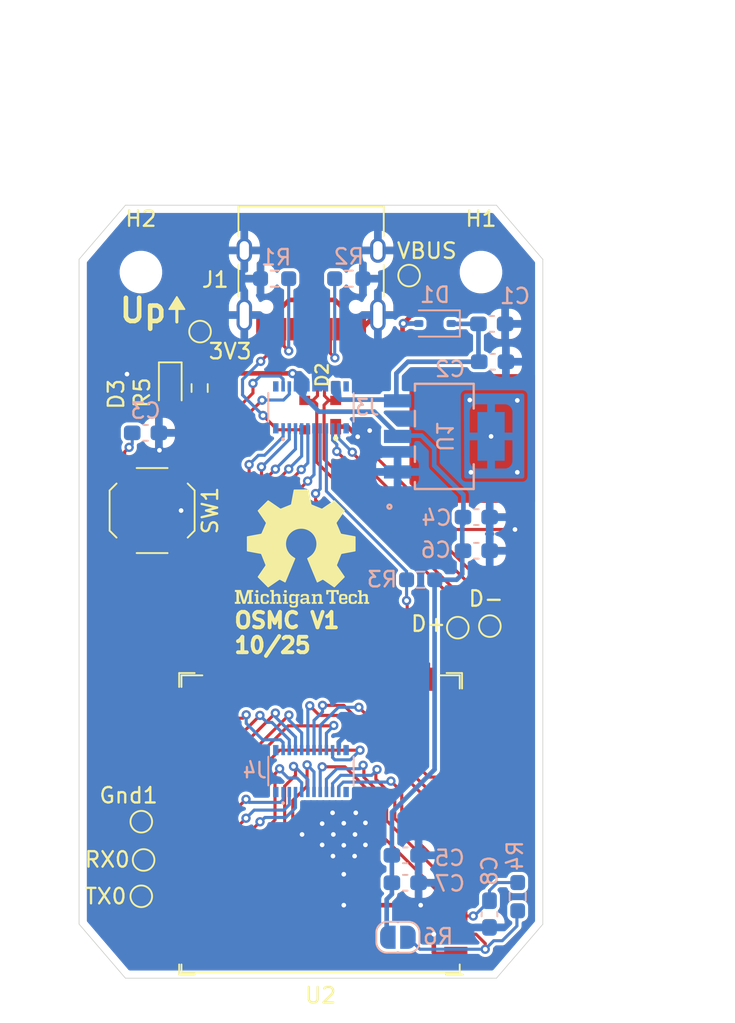
<source format=kicad_pcb>
(kicad_pcb (version 20241229) (generator "pcbnew") (generator_version "9.0")
  (layers (0 "F.Cu" signal) (2 "B.Cu" signal) (13 "F.Paste" user) (15 "B.Paste" user) (5 "F.SilkS" user "F.Silkscreen") (7 "B.SilkS" user "B.Silkscreen") (1 "F.Mask" user) (3 "B.Mask" user) (25 "Edge.Cuts" user))
  (net 0 "")
  (net 1 "GND")
  (net 2 "VCC_3V3")
  (net 3 "GPIO0")
  (net 4 "VCC_5V")
  (net 5 "VBUS")
  (net 6 "Net-(D3-A)")
  (net 7 "D-")
  (net 8 "D+")
  (net 11 "TXD0")
  (net 12 "/CC2")
  (net 13 "/CC1")
  (net 14 "RXD0")
  (net 15 "GPIO41")
  (net 16 "GPIO42")
  (net 17 "/CHIP_PU")
  (net 18 "GPIO2")
  (net 19 "GPIO1")
  (net 20 "GPIO7")
  (net 21 "GPIO10")
  (net 22 "GPIO9")
  (net 23 "GPIO8")
  (net 24 "GPIO13")
  (net 25 "GPIO4")
  (net 26 "GPIO11")
  (net 27 "GPIO14")
  (net 28 "GPIO12")
  (net 29 "GPIO5")
  (net 30 "GPIO16")
  (net 31 "GPIO18")
  (net 32 "GPIO6")
  (net 33 "GPIO17")
  (net 34 "GPIO3")
  (net 35 "ESP_3.3V")
  (net 36 "GPIO35")
  (net 37 "GPIO36")
  (net 38 "GPIO37")
  (net 39 "GPIO38")
  (net 40 "GPIO21")
  (net 41 "GPIO47")
  (net 42 "GPIO48")
  (net 43 "unconnected-(U1-EPAD-Pad4)")
  (net 45 "GPIO39")
  (net 47 "GPIO40")
  (net 48 "GPIO15")
  (footprint "MCU_Controller:SW_Push_1P1T_XKB_TS-1187A" (layer "F.Cu") (at 132.675 88.65 -90)
    (property "Reference" "SW1")
    (property "Value" "SW_Push")
  )
  (footprint "MCU_Controller:TestPoint_Pad_D1.0mm" (layer "F.Cu") (at 132.125 111.25)
    (property "Reference" "RX0")
    (property "Value" "TestPoint")
  )
  (footprint "MountingHole:MountingHole_2.5mm" (layer "F.Cu") (at 153.95 73.225)
    (property "Reference" "H1")
    (property "Value" "MountingHole")
  )
  (footprint "MCU_Controller:TestPoint_Pad_D1.0mm" (layer "F.Cu") (at 131.975 113.6)
    (property "Reference" "TX0")
    (property "Value" "TestPoint")
  )
  (footprint "MCU_Controller:TestPoint_Pad_D1.0mm" (layer "F.Cu") (at 149.3 73.45)
    (property "Reference" "VBUS")
    (property "Value" "TestPoint")
  )
  (footprint "MCU_Controller:PRTR5V0U2X_215" (layer "F.Cu") (at 143.55 82.475 90)
    (property "Reference" "D2")
    (property "Value" "PRTR5V0U2X_215")
  )
  (footprint "MCU_Controller:R_0603_1608Metric_Pad0.98x0.95mm_HandSolder" (layer "F.Cu") (at 135.75 80.725 -90)
    (property "Reference" "R5")
    (property "Value" "1K")
  )
  (footprint "MCU_Controller:USB_C_Receptacle_HRO_TYPE-C-31-M-12" (layer "F.Cu") (at 142.96 72.875 180)
    (property "Reference" "J1")
    (property "Value" "USB_C_Receptacle_USB2.0_16P")
  )
  (footprint "MCU_Controller:TestPoint_Pad_D1.0mm" (layer "F.Cu") (at 154.525 96.125)
    (property "Reference" "D-")
    (property "Value" "TestPoint")
  )
  (footprint "MCU_Controller:ESP32-S3-WROOM-1U" (layer "F.Cu") (at 143.575 109.06 180)
    (property "Reference" "U2")
    (property "Value" "ESP32-S3-WROOM-1U-N4")
  )
  (footprint "MCU_Controller:TestPoint_Pad_D1.0mm" (layer "F.Cu") (at 152.45 96.225)
    (property "Reference" "D+")
    (property "Value" "TestPoint")
  )
  (footprint "MountingHole:MountingHole_2.5mm" (layer "F.Cu") (at 131.95 73.225)
    (property "Reference" "H2")
    (property "Value" "MountingHole")
  )
  (footprint "MCU_Controller:TestPoint_Pad_D1.0mm" (layer "F.Cu") (at 135.775 77.075)
    (property "Reference" "3V3")
    (property "Value" "TestPoint")
  )
  (footprint "MCU_Controller:LED_0603_1608Metric_Pad1.05x0.95mm_HandSolder" (layer "F.Cu") (at 133.85 80.725 -90)
    (property "Reference" "D3")
    (property "Value" "LED")
  )
  (footprint "MCU_Controller:TestPoint_Pad_D1.0mm" (layer "F.Cu") (at 131.975 108.775)
    (property "Reference" "Gnd1")
    (property "Value" "TestPoint")
  )
  (footprint "MCU_Controller:R_0603_1608Metric_Pad0.98x0.95mm_HandSolder" (layer "B.Cu") (at 145.4 73.65 180)
    (property "Reference" "R2")
    (property "Value" "5.1K")
  )
  (footprint "MCU_Controller:D_SOD-323" (layer "B.Cu") (at 150.975 76.55 180)
    (property "Reference" "D1")
    (property "Value" "1N5819WS")
  )
  (footprint "MCU_Controller:SolderJumper-2_P1.3mm_Open_RoundedPad1.0x1.5mm" (layer "B.Cu") (at 148.575 116.25)
    (property "Reference" "R6")
    (property "Value" "0")
  )
  (footprint "MCU_Controller:C_0603_1608Metric_Pad1.08x0.95mm_HandSolder" (layer "B.Cu") (at 149.05 110.95)
    (property "Reference" "C5")
    (property "Value" "10uF")
  )
  (footprint "MCU_Controller:C_0603_1608Metric_Pad1.08x0.95mm_HandSolder" (layer "B.Cu") (at 153.65 91.25)
    (property "Reference" "C6")
    (property "Value" "10uF")
  )
  (footprint "MCU_Controller:C_0603_1608Metric_Pad1.08x0.95mm_HandSolder" (layer "B.Cu") (at 153.65 89.075)
    (property "Reference" "C4")
    (property "Value" "0.1uF")
  )
  (footprint "MCU_Controller:C_0603_1608Metric_Pad1.08x0.95mm_HandSolder" (layer "B.Cu") (at 154.7 79.025)
    (property "Reference" "C2")
    (property "Value" "0.1uF")
  )
  (footprint "MCU_Controller:C_0603_1608Metric_Pad1.08x0.95mm_HandSolder" (layer "B.Cu") (at 149.05 112.725)
    (property "Reference" "C7")
    (property "Value" "0.1uF")
  )
  (footprint "MCU_Controller:C_0603_1608Metric_Pad1.08x0.95mm_HandSolder" (layer "B.Cu") (at 132.25 83.625 180)
    (property "Reference" "C3")
    (property "Value" "0.1uF")
  )
  (footprint "MCU_Controller:HRS_DF40C-20DP-0.4V_51_" (layer "B.Cu") (at 142.95 105.5)
    (property "Reference" "J4")
    (property "Value" "Conn_02x10_Counter_Clockwise")
  )
  (footprint "MCU_Controller:R_0603_1608Metric_Pad0.98x0.95mm_HandSolder" (layer "B.Cu") (at 140.6 73.65)
    (property "Reference" "R1")
    (property "Value" "5.1K")
  )
  (footprint "MCU_Controller:R_0603_1608Metric_Pad0.98x0.95mm_HandSolder" (layer "B.Cu") (at 156.325 113.625 -90)
    (property "Reference" "R4")
    (property "Value" "10K")
  )
  (footprint "MCU_Controller:SOT-223_DIO" (layer "B.Cu") (at 151.577736 83.8535 90)
    (property "Reference" "U1")
    (property "Value" "AZ1117CH-3.3TRG1")
  )
  (footprint "MCU_Controller:C_0603_1608Metric_Pad1.08x0.95mm_HandSolder" (layer "B.Cu") (at 154.5 114.75 -90)
    (property "Reference" "C8")
    (property "Value" "1uF")
  )
  (footprint "MCU_Controller:C_0603_1608Metric_Pad1.08x0.95mm_HandSolder" (layer "B.Cu") (at 154.65 76.575)
    (property "Reference" "C1")
    (property "Value" "10uF")
  )
  (footprint "MCU_Controller:HRS_DF40C-20DP-0.4V_51_" (layer "B.Cu") (at 142.95 81.975)
    (property "Reference" "J3")
    (property "Value" "Conn_02x10_Counter_Clockwise")
  )
  (footprint "MCU_Controller:R_0603_1608Metric_Pad0.98x0.95mm_HandSolder" (layer "B.Cu") (at 150.05 93.125)
    (property "Reference" "R3")
    (property "Value" "1K")
  )
  (gr_poly (pts (xy 141.925 79.875) (xy 141.95 80.25) (xy 141.95 80.725) (xy 142.5 81.35) (xy 142.75 80.35)) (stroke (width 0.2)) (fill yes) (layer "B.Cu") (net 2))
  (gr_poly (pts (xy 143.925 80.775) (xy 143.15 80.775) (xy 143.074522 79.421178) (xy 144.6 79.5) (xy 143.925 80.175)) (stroke (width 0.2)) (fill yes) (layer "B.Cu") (net 1))
  (gr_poly (pts (xy 144.35 80.359615) (xy 144.75 80.359615) (xy 144.85 81.525) (xy 144.35 81.034615)) (stroke (width 0.2)) (fill yes) (layer "B.Cu") (net 4))
  (gr_poly (pts (xy 134.275 74.825) (xy 133.775 75.625121) (xy 134.775 75.625121)) (stroke (width 0.1)) (fill yes) (layer "F.SilkS"))
  (gr_poly (pts (xy 141.314156 93.796892) (xy 141.326459 93.797382) (xy 141.33738 93.798279) (xy 141.346998 93.799647) (xy 141.351343 93.800529) (xy 141.355391 93.801552) (xy 141.359153 93.802726) (xy 141.362639 93.804059) (xy 141.365859 93.805559) (xy 141.368822 93.807233) (xy 141.371538 93.80909) (xy 141.374017 93.811139) (xy 141.37627 93.813387) (xy 141.378305 93.815842) (xy 141.380134 93.818513) (xy 141.381765 93.821408) (xy 141.383209 93.824534) (xy 141.384475 93.827901) (xy 141.385574 93.831515) (xy 141.386515 93.835386) (xy 141.387308 93.839522) (xy 141.387964 93.84393) (xy 141.388901 93.853597) (xy 141.389405 93.864451) (xy 141.389555 93.876559) (xy 141.389405 93.88887) (xy 141.388901 93.899876) (xy 141.387964 93.909647) (xy 141.387308 93.914091) (xy 141.386515 93.918253) (xy 141.385574 93.922141) (xy 141.384475 93.925765) (xy 141.383209 93.929133) (xy 141.381765 93.932253) (xy 141.380134 93.935136) (xy 141.378306 93.937789) (xy 141.37627 93.940222) (xy 141.374018 93.942443) (xy 141.371538 93.944461) (xy 141.368822 93.946284) (xy 141.365859 93.947923) (xy 141.36264 93.949385) (xy 141.359154 93.950679) (xy 141.355391 93.951815) (xy 141.351343 93.952801) (xy 141.346998 93.953645) (xy 141.342347 93.954357) (xy 141.33738 93.954945) (xy 141.326459 93.955787) (xy 141.314156 93.95624) (xy 141.300391 93.956375) (xy 141.286002 93.95624) (xy 141.273152 93.955787) (xy 141.261758 93.954945) (xy 141.251734 93.953645) (xy 141.24721 93.952801) (xy 141.242997 93.951815) (xy 141.239084 93.950679) (xy 141.235462 93.949385) (xy 141.232119 93.947923) (xy 141.229045 93.946284) (xy 141.226229 93.944461) (xy 141.223661 93.942443) (xy 141.221331 93.940222) (xy 141.219227 93.937789) (xy 141.21734 93.935136) (xy 141.215658 93.932253) (xy 141.214171 93.929133) (xy 141.212869 93.925765) (xy 141.211741 93.922141) (xy 141.210776 93.918253) (xy 141.209964 93.914091) (xy 141.209295 93.909647) (xy 141.208342 93.899876) (xy 141.207832 93.88887) (xy 141.20768 93.876559) (xy 141.207832 93.864451) (xy 141.208342 93.853597) (xy 141.209295 93.84393) (xy 141.209964 93.839522) (xy 141.210776 93.835386) (xy 141.21174 93.831515) (xy 141.212869 93.827901) (xy 141.214171 93.824534) (xy 141.215657 93.821408) (xy 141.217339 93.818513) (xy 141.219227 93.815842) (xy 141.221331 93.813387) (xy 141.223661 93.811139) (xy 141.226229 93.80909) (xy 141.229045 93.807233) (xy 141.232119 93.805559) (xy 141.235462 93.804059) (xy 141.239084 93.802726) (xy 141.242997 93.801552) (xy 141.24721 93.800529) (xy 141.251734 93.799647) (xy 141.256579 93.7989) (xy 141.261757 93.798279) (xy 141.273152 93.797382) (xy 141.286001 93.796892) (xy 141.300391 93.796743)) (stroke (width -0.000001)) (fill yes) (layer "F.SilkS"))
  (gr_poly (pts (xy 146.223298 94.135022) (xy 146.234478 94.125284) (xy 146.246008 94.115914) (xy 146.257908 94.106946) (xy 146.270198 94.098417) (xy 146.2829 94.090364) (xy 146.296034 94.082821) (xy 146.309621 94.075826) (xy 146.323682 94.069414) (xy 146.338238 94.063621) (xy 146.353309 94.058483) (xy 146.368916 94.054037) (xy 146.385081 94.050319) (xy 146.401823 94.047364) (xy 146.419164 94.045208) (xy 146.437124 94.043888) (xy 146.455725 94.043441) (xy 146.479393 94.043952) (xy 146.501135 94.045548) (xy 146.511301 94.046783) (xy 146.521006 94.048325) (xy 146.530257 94.050185) (xy 146.539061 94.052375) (xy 146.547425 94.054908) (xy 146.555355 94.057794) (xy 146.562859 94.061047) (xy 146.569944 94.064676) (xy 146.576615 94.068696) (xy 146.582881 94.073116) (xy 146.588749 94.077949) (xy 146.594224 94.083207) (xy 146.599314 94.088902) (xy 146.604025 94.095045) (xy 146.608366 94.101648) (xy 146.612341 94.108723) (xy 146.615959 94.116282) (xy 146.619227 94.124337) (xy 146.622151 94.132899) (xy 146.624737 94.14198) (xy 146.626994 94.151592) (xy 146.628927 94.161746) (xy 146.630544 94.172456) (xy 146.631852 94.183731) (xy 146.633566 94.208029) (xy 146.634125 94.234734) (xy 146.634125 94.570401) (xy 146.722125 94.576293) (xy 146.722125 94.681912) (xy 146.39346 94.681912) (xy 146.39346 94.576293) (xy 146.482695 94.570401) (xy 146.482695 94.273504) (xy 146.482411 94.259191) (xy 146.481529 94.246148) (xy 146.480001 94.23433) (xy 146.478979 94.228865) (xy 146.477777 94.223687) (xy 146.47639 94.218791) (xy 146.474811 94.214171) (xy 146.473035 94.209821) (xy 146.471055 94.205735) (xy 146.468865 94.201907) (xy 146.466459 94.198331) (xy 146.463832 94.195) (xy 146.460977 94.191909) (xy 146.457888 94.189052) (xy 146.45456 94.186423) (xy 146.450986 94.184016) (xy 146.447161 94.181825) (xy 146.443077 94.179843) (xy 146.43873 94.178065) (xy 146.434113 94.176485) (xy 146.429221 94.175097) (xy 146.424047 94.173895) (xy 146.418585 94.172872) (xy 146.406775 94.171342) (xy 146.393741 94.17046) (xy 146.379437 94.170176) (xy 146.370128 94.170317) (xy 146.361081 94.17075) (xy 146.352225 94.171489) (xy 146.343494 94.172552) (xy 146.334816 94.173951) (xy 146.326125 94.175704) (xy 146.317351 94.177825) (xy 146.308425 94.180329) (xy 146.299278 94.183232) (xy 146.289842 94.18655) (xy 146.280048 94.190296) (xy 146.269827 94.194487) (xy 146.259111 94.199138) (xy 146.247829 94.204264) (xy 146.223298 94.216002) (xy 146.223298 94.570401) (xy 146.31255 94.576293) (xy 146.31255 94.681912) (xy 145.982756 94.681912) (xy 145.982756 94.576293) (xy 146.071938 94.570401) (xy 146.071938 93.913213) (xy 145.982756 93.908485) (xy 145.982756 93.801717) (xy 146.223298 93.801717)) (stroke (width -0.000001)) (fill yes) (layer "F.SilkS"))
  (gr_poly (pts (xy 139.209602 93.909985) (xy 139.10609 93.91637) (xy 139.10609 94.552797) (xy 139.210835 94.559239) (xy 139.210835 94.681912) (xy 138.842789 94.681912) (xy 138.842789 94.559239) (xy 138.937356 94.552797) (xy 138.937356 93.941928) (xy 138.704751 94.681912) (xy 138.532241 94.681912) (xy 138.295791 93.949602) (xy 138.295791 94.552797) (xy 138.392915 94.559239) (xy 138.392915 94.681912) (xy 138.026109 94.681912) (xy 138.026109 94.559239) (xy 138.130908 94.552797) (xy 138.130908 93.91637) (xy 138.029947 93.909985) (xy 138.029947 93.787254) (xy 138.421061 93.787254) (xy 138.599965 94.37133) (xy 138.603686 94.383852) (xy 138.607197 94.396461) (xy 138.610529 94.409127) (xy 138.61371 94.421822) (xy 138.619736 94.447182) (xy 138.625506 94.472313) (xy 138.632055 94.447182) (xy 138.638467 94.421822) (xy 138.645112 94.396461) (xy 138.648637 94.383852) (xy 138.652358 94.37133) (xy 138.828726 93.787253) (xy 139.209602 93.787253)) (stroke (width -0.000001)) (fill yes) (layer "F.SilkS"))
  (gr_poly (pts (xy 143.494033 94.043952) (xy 143.515777 94.045548) (xy 143.525944 94.046783) (xy 143.535651 94.048325) (xy 143.544903 94.050185) (xy 143.553708 94.052375) (xy 143.562072 94.054908) (xy 143.570003 94.057794) (xy 143.577508 94.061047) (xy 143.584593 94.064676) (xy 143.591266 94.068696) (xy 143.597532 94.073116) (xy 143.6034 94.077949) (xy 143.608875 94.083207) (xy 143.613966 94.088902) (xy 143.618677 94.095045) (xy 143.623018 94.101648) (xy 143.626994 94.108723) (xy 143.630612 94.116282) (xy 143.63388 94.124337) (xy 143.636804 94.132899) (xy 143.63939 94.14198) (xy 143.641647 94.151592) (xy 143.64358 94.161746) (xy 143.645197 94.172456) (xy 143.646505 94.183731) (xy 143.648219 94.208029) (xy 143.648779 94.234734) (xy 143.648779 94.570401) (xy 143.736762 94.576293) (xy 143.736762 94.681912) (xy 143.408149 94.681912) (xy 143.408149 94.576293) (xy 143.497349 94.570401) (xy 143.497349 94.273504) (xy 143.497066 94.259191) (xy 143.496183 94.246148) (xy 143.494653 94.23433) (xy 143.493631 94.228865) (xy 143.492428 94.223687) (xy 143.49104 94.218791) (xy 143.48946 94.214171) (xy 143.487682 94.209821) (xy 143.485701 94.205735) (xy 143.483509 94.201907) (xy 143.481102 94.198331) (xy 143.478473 94.195) (xy 143.475616 94.191909) (xy 143.472525 94.189052) (xy 143.469195 94.186423) (xy 143.465618 94.184016) (xy 143.46179 94.181825) (xy 143.457704 94.179843) (xy 143.453354 94.178065) (xy 143.448734 94.176485) (xy 143.443838 94.175097) (xy 143.43866 94.173895) (xy 143.433195 94.172872) (xy 143.421376 94.171342) (xy 143.408334 94.17046) (xy 143.394021 94.170176) (xy 143.384721 94.170317) (xy 143.375682 94.17075) (xy 143.366834 94.171489) (xy 143.358108 94.172552) (xy 143.349436 94.173951) (xy 143.34075 94.175704) (xy 143.33198 94.177825) (xy 143.323057 94.180329) (xy 143.313914 94.183232) (xy 143.304481 94.18655) (xy 143.294689 94.190296) (xy 143.284471 94.194487) (xy 143.273756 94.199138) (xy 143.262477 94.204264) (xy 143.237951 94.216002) (xy 143.237951 94.570401) (xy 143.327169 94.576293) (xy 143.327169 94.681912) (xy 142.997393 94.681912) (xy 142.997393 94.576293) (xy 143.086575 94.570401) (xy 143.086575 94.165537) (xy 142.997393 94.159645) (xy 142.997393 94.054024) (xy 143.237951 94.054024) (xy 143.237951 94.135022) (xy 143.249129 94.125284) (xy 143.260656 94.115914) (xy 143.272552 94.106946) (xy 143.28484 94.098417) (xy 143.297539 94.090364) (xy 143.310671 94.082821) (xy 143.324256 94.075826) (xy 143.338315 94.069414) (xy 143.352869 94.063621) (xy 143.367939 94.058483) (xy 143.383546 94.054037) (xy 143.399711 94.050319) (xy 143.416454 94.047364) (xy 143.433796 94.045208) (xy 143.451758 94.043888) (xy 143.470362 94.043441)) (stroke (width -0.000001)) (fill yes) (layer "F.SilkS"))
  (gr_poly (pts (xy 142.767724 87.28605) (xy 142.76972 87.286198) (xy 142.771706 87.286443) (xy 142.77368 87.286781) (xy 142.775639 87.287211) (xy 142.777579 87.287729) (xy 142.779498 87.288333) (xy 142.781392 87.289021) (xy 142.783259 87.289791) (xy 142.785096 87.290639) (xy 142.7869 87.291564) (xy 142.788667 87.292562) (xy 142.790395 87.293632) (xy 142.792081 87.294771) (xy 142.793721 87.295977) (xy 142.795314 87.297247) (xy 142.796855 87.298578) (xy 142.798342 87.299969) (xy 142.799772 87.301416) (xy 142.801141 87.302918) (xy 142.802448 87.304471) (xy 142.803688 87.306074) (xy 142.804859 87.307724) (xy 142.805958 87.309418) (xy 142.806982 87.311154) (xy 142.807928 87.31293) (xy 142.808792 87.314743) (xy 142.809573 87.31659) (xy 142.810267 87.31847) (xy 142.81087 87.320379) (xy 142.811381 87.322315) (xy 142.811795 87.324277) (xy 142.978042 88.217545) (xy 142.978461 88.219525) (xy 142.978971 88.221512) (xy 142.979568 88.223502) (xy 142.98025 88.225491) (xy 142.981855 88.229457) (xy 142.983764 88.233384) (xy 142.985955 88.237246) (xy 142.988405 88.241018) (xy 142.991091 88.244673) (xy 142.993992 88.248186) (xy 142.997083 88.251532) (xy 143.000344 88.254684) (xy 143.003751 88.257618) (xy 143.007282 88.260306) (xy 143.010914 88.262724) (xy 143.014624 88.264846) (xy 143.016502 88.265788) (xy 143.018391 88.266646) (xy 143.020289 88.267417) (xy 143.022192 88.268098) (xy 143.620873 88.513156) (xy 143.624589 88.51479) (xy 143.628531 88.516156) (xy 143.632664 88.517255) (xy 143.636953 88.518091) (xy 143.641363 88.518664) (xy 143.64586 88.518977) (xy 143.65041 88.519033) (xy 143.654976 88.518833) (xy 143.659524 88.51838) (xy 143.664021 88.517677) (xy 143.66843 88.516724) (xy 143.672717 88.515525) (xy 143.676848 88.514081) (xy 143.680788 88.512395) (xy 143.684501 88.510469) (xy 143.687954 88.508305) (xy 144.434203 87.996231) (xy 144.435886 87.995133) (xy 144.437619 87.99412) (xy 144.439397 87.993193) (xy 144.441218 87.99235) (xy 144.443076 87.991592) (xy 144.44497 87.990918) (xy 144.446894 87.990327) (xy 144.448844 87.98982) (xy 144.450818 87.989396) (xy 144.452811 87.989055) (xy 144.45684 87.988619) (xy 144.460901 87.988509) (xy 144.464963 87.988723) (xy 144.468995 87.989258) (xy 144.472968 87.99011) (xy 144.476852 87.991277) (xy 144.47875 87.991977) (xy 144.480615 87.992756) (xy 144.482442 87.993611) (xy 144.484227 87.994544) (xy 144.485967 87.995553) (xy 144.487659 87.996638) (xy 144.489297 87.997799) (xy 144.490879 87.999036) (xy 144.4924 88.000348) (xy 144.493857 88.001734) (xy 145.122295 88.630155) (xy 145.123681 88.631613) (xy 145.124992 88.633137) (xy 145.126227 88.634721) (xy 145.127386 88.636362) (xy 145.128468 88.638056) (xy 145.129474 88.639799) (xy 145.131254 88.643418) (xy 145.132725 88.647188) (xy 145.133884 88.651078) (xy 145.134728 88.655058) (xy 145.135256 88.659098) (xy 145.135465 88.663166) (xy 145.135353 88.667232) (xy 145.134918 88.671266) (xy 145.134157 88.675237) (xy 145.133069 88.679115) (xy 145.132401 88.681009) (xy 145.131651 88.682868) (xy 145.130817 88.684688) (xy 145.129901 88.686466) (xy 145.128901 88.688198) (xy 145.127817 88.68988) (xy 144.624632 89.423234) (xy 144.622468 89.426708) (xy 144.620548 89.430433) (xy 144.618873 89.434375) (xy 144.617447 89.438501) (xy 144.616271 89.442776) (xy 144.615347 89.447167) (xy 144.614678 89.45164) (xy 144.614265 89.456162) (xy 144.61411 89.460697) (xy 144.614215 89.465214) (xy 144.614583 89.469677) (xy 144.615216 89.474054) (xy 144.616115 89.47831) (xy 144.617284 89.482411) (xy 144.618723 89.486324) (xy 144.620434 89.490015) (xy 144.885159 90.107605) (xy 144.886668 90.111396) (xy 144.888526 90.115153) (xy 144.890706 90.118854) (xy 144.893181 90.122477) (xy 144.895924 90.125998) (xy 144.89891 90.129396) (xy 144.902112 90.132647) (xy 144.905503 90.13573) (xy 144.909057 90.138623) (xy 144.912747 90.141301) (xy 144.916546 90.143744) (xy 144.920428 90.145928) (xy 144.924367 90.147832) (xy 144.928337 90.149432) (xy 144.932309 90.150706) (xy 144.936258 90.151632) (xy 145.799894 90.312181) (xy 145.799893 90.312181) (xy 145.801853 90.312606) (xy 145.803788 90.313126) (xy 145.805695 90.313739) (xy 145.807573 90.31444) (xy 145.80942 90.315227) (xy 145.811231 90.316098) (xy 145.813005 90.317049) (xy 145.81474 90.318077) (xy 145.818082 90.320354) (xy 145.821235 90.322906) (xy 145.824182 90.325708) (xy 145.826901 90.328739) (xy 145.829373 90.331975) (xy 145.831578 90.335391) (xy 145.833496 90.338966) (xy 145.834342 90.340805) (xy 145.835109 90.342675) (xy 145.835794 90.344573) (xy 145.836395 90.346496) (xy 145.836909 90.348441) (xy 145.837335 90.350405) (xy 145.83767 90.352386) (xy 145.83791 90.354379) (xy 145.838054 90.356383) (xy 145.838099 90.358394) (xy 145.837958 91.247201) (xy 145.837908 91.249209) (xy 145.83776 91.251211) (xy 145.837515 91.253203) (xy 145.837177 91.255183) (xy 145.836748 91.257147) (xy 145.836231 91.259093) (xy 145.835627 91.261016) (xy 145.83494 91.262916) (xy 145.834171 91.264787) (xy 145.833323 91.266628) (xy 145.832399 91.268436) (xy 145.831401 91.270207) (xy 145.830332 91.271938) (xy 145.829194 91.273627) (xy 145.827989 91.27527) (xy 145.82672 91.276865) (xy 145.825389 91.278408) (xy 145.824 91.279896) (xy 145.822553 91.281327) (xy 145.821052 91.282697) (xy 145.819499 91.284004) (xy 145.817897 91.285244) (xy 145.816248 91.286415) (xy 145.814555 91.287513) (xy 145.812819 91.288536) (xy 145.811044 91.28948) (xy 145.809232 91.290342) (xy 145.807385 91.29112) (xy 145.805506 91.29181) (xy 145.803597 91.29241) (xy 145.80166 91.292916) (xy 145.799699 91.293326) (xy 144.957266 91.4501) (xy 144.955287 91.450506) (xy 144.953303 91.451004) (xy 144.951318 91.451591) (xy 144.949334 91.452265) (xy 144.945386 91.453859) (xy 144.941482 91.455763) (xy 144.937649 91.457954) (xy 144.933911 91.460409) (xy 144.930295 91.463105) (xy 144.926824 91.466017) (xy 144.923525 91.469124) (xy 144.920422 91.472402) (xy 144.917541 91.475828) (xy 144.914908 91.479377) (xy 144.912546 91.483028) (xy 144.910482 91.486757) (xy 144.908741 91.490541) (xy 144.908 91.492446) (xy 144.907348 91.494356) (xy 144.644353 92.151317) (xy 144.642726 92.155056) (xy 144.641369 92.159015) (xy 144.640279 92.16316) (xy 144.639454 92.167456) (xy 144.638891 92.17187) (xy 144.638588 92.176368) (xy 144.638542 92.180914) (xy 144.63875 92.185476) (xy 144.639211 92.19002) (xy 144.63992 92.19451) (xy 144.640877 92.198913) (xy 144.642078 92.203196) (xy 144.643521 92.207323) (xy 144.645203 92.211261) (xy 144.647121 92.214975) (xy 144.649274 92.218433) (xy 145.127817 92.915733) (xy 145.128914 92.917412) (xy 145.129925 92.919141) (xy 145.130851 92.920916) (xy 145.131692 92.922735) (xy 145.132449 92.924593) (xy 145.133122 92.926485) (xy 145.133711 92.928409) (xy 145.134217 92.930361) (xy 145.13464 92.932336) (xy 145.134981 92.934331) (xy 145.135415 92.938365) (xy 145.135524 92.942432) (xy 145.135309 92.946502) (xy 145.134774 92.950543) (xy 145.133922 92.954525) (xy 145.132754 92.958418) (xy 145.132053 92.960321) (xy 145.131275 92.96219) (xy 145.130419 92.964021) (xy 145.129487 92.96581) (xy 145.128478 92.967555) (xy 145.127392 92.969249) (xy 145.126231 92.970891) (xy 145.124994 92.972476) (xy 145.123682 92.973999) (xy 145.122296 92.975458) (xy 144.493734 93.60395) (xy 144.492288 93.605325) (xy 144.490776 93.606626) (xy 144.489203 93.607853) (xy 144.487571 93.609005) (xy 144.485886 93.610082) (xy 144.48415 93.611084) (xy 144.480544 93.612859) (xy 144.476784 93.614328) (xy 144.4729 93.615488) (xy 144.468924 93.616336) (xy 144.464886 93.61687) (xy 144.460818 93.617086) (xy 144.45675 93.616982) (xy 144.452714 93.616554) (xy 144.448739 93.615801) (xy 144.444858 93.614719) (xy 144.442962 93.614053) (xy 144.4411 93.613305) (xy 144.439277 93.612472) (xy 144.437497 93.611556) (xy 144.435764 93.610556) (xy 144.43408 93.60947) (xy 143.749091 93.139288) (xy 143.745647 93.137153) (xy 143.741958 93.135281) (xy 143.738058 93.133671) (xy 143.733981 93.132325) (xy 143.72976 93.131244) (xy 143.725428 93.130429) (xy 143.72102 93.129879) (xy 143.716569 93.129597) (xy 143.712109 93.129584) (xy 143.707672 93.129839) (xy 143.703293 93.130364) (xy 143.699005 93.131159) (xy 143.694843 93.132226) (xy 143.690838 93.133566) (xy 143.687026 93.135179) (xy 143.683439 93.137065) (xy 143.381373 93.298338) (xy 143.379568 93.299194) (xy 143.377748 93.299946) (xy 143.375916 93.300596) (xy 143.374075 93.301144) (xy 143.372227 93.301592) (xy 143.370377 93.301942) (xy 143.368528 93.302194) (xy 143.366682 93.302349) (xy 143.364842 93.302408) (xy 143.363013 93.302373) (xy 143.361197 93.302245) (xy 143.359397 93.302025) (xy 143.357616 93.301714) (xy 143.355859 93.301314) (xy 143.354126 93.300824) (xy 143.352423 93.300247) (xy 143.350752 93.299584) (xy 143.349117 93.298836) (xy 143.34752 93.298004) (xy 143.345964 93.297089) (xy 143.344454 93.296092) (xy 143.342991 93.295015) (xy 143.341579 93.293858) (xy 143.340222 93.292623) (xy 143.338923 93.291311) (xy 143.337684 93.289923) (xy 143.336509 93.28846) (xy 143.335401 93.286924) (xy 143.334363 93.285315) (xy 143.333398 93.283634) (xy 143.33251 93.281884) (xy 143.331702 93.280064) (xy 142.708909 91.775044) (xy 142.708191 91.773173) (xy 142.707568 91.771273) (xy 142.70704 91.769348) (xy 142.706604 91.767402) (xy 142.706261 91.765438) (xy 142.706007 91.763459) (xy 142.705843 91.76147) (xy 142.705766 91.759473) (xy 142.705777 91.757473) (xy 142.705873 91.755473) (xy 142.706054 91.753477) (xy 142.706317 91.751488) (xy 142.706663 91.74951) (xy 142.70709 91.747547) (xy 142.707596 91.745601) (xy 142.708181 91.743678) (xy 142.708842 91.741779) (xy 142.70958 91.73991) (xy 142.710393 91.738073) (xy 142.711279 91.736272) (xy 142.712238 91.734511) (xy 142.713267 91.732794) (xy 142.714367 91.731123) (xy 142.715536 91.729503) (xy 142.716772 91.727937) (xy 142.718075 91.726428) (xy 142.719442 91.724982) (xy 142.720874 91.7236) (xy 142.722369 91.722286) (xy 142.723925 91.721045) (xy 142.725541 91.71988) (xy 142.727217 91.718794) (xy 142.802818 91.672474) (xy 142.808247 91.669013) (xy 142.814048 91.665063) (xy 142.82011 91.66071) (xy 142.826324 91.656039) (xy 142.832578 91.651134) (xy 142.838762 91.646082) (xy 142.844766 91.640966) (xy 142.850478 91.635873) (xy 142.900529 91.601619) (xy 142.948295 91.564426) (xy 142.993644 91.524425) (xy 143.036447 91.481744) (xy 143.076575 91.436515) (xy 143.113896 91.388866) (xy 143.14828 91.338927) (xy 143.179597 91.286828) (xy 143.207718 91.232699) (xy 143.232512 91.176669) (xy 143.253848 91.118867) (xy 143.271597 91.059425) (xy 143.285628 90.99847) (xy 143.295812 90.936134) (xy 143.302017 90.872545) (xy 143.304115 90.807833) (xy 143.302836 90.757253) (xy 143.29904 90.707337) (xy 143.29279 90.658147) (xy 143.284147 90.609744) (xy 143.273172 90.562189) (xy 143.259927 90.515546) (xy 143.244475 90.469875) (xy 143.226877 90.425239) (xy 143.207194 90.381698) (xy 143.185489 90.339316) (xy 143.161822 90.298153) (xy 143.136257 90.258272) (xy 143.108854 90.219734) (xy 143.079676 90.182601) (xy 143.048784 90.146935) (xy 143.016239 90.112797) (xy 142.982104 90.08025) (xy 142.946441 90.049355) (xy 142.909311 90.020173) (xy 142.870775 89.992768) (xy 142.830896 89.967199) (xy 142.789736 89.94353) (xy 142.747355 89.921822) (xy 142.703816 89.902137) (xy 142.659181 89.884537) (xy 142.613512 89.869082) (xy 142.566869 89.855836) (xy 142.519315 89.84486) (xy 142.470912 89.836215) (xy 142.421721 89.829964) (xy 142.371804 89.826168) (xy 142.321223 89.824889) (xy 142.270641 89.826168) (xy 142.220724 89.829964) (xy 142.171531 89.836215) (xy 142.123126 89.84486) (xy 142.07557 89.855836) (xy 142.028924 89.869082) (xy 141.983251 89.884537) (xy 141.938613 89.902137) (xy 141.89507 89.921822) (xy 141.852686 89.94353) (xy 141.811521 89.967199) (xy 141.771637 89.992768) (xy 141.733097 90.020173) (xy 141.695962 90.049355) (xy 141.660293 90.08025) (xy 141.626154 90.112797) (xy 141.593604 90.146935) (xy 141.562707 90.182601) (xy 141.533524 90.219734) (xy 141.506116 90.258272) (xy 141.480546 90.298153) (xy 141.456876 90.339316) (xy 141.435166 90.381698) (xy 141.41548 90.425239) (xy 141.397878 90.469875) (xy 141.382422 90.515546) (xy 141.369175 90.562189) (xy 141.358198 90.609744) (xy 141.349553 90.658147) (xy 141.343301 90.707337) (xy 141.339504 90.757253) (xy 141.338225 90.807833) (xy 141.338753 90.840321) (xy 141.340324 90.872545) (xy 141.342922 90.904488) (xy 141.346532 90.936134) (xy 141.351137 90.967466) (xy 141.35672 90.99847) (xy 141.363265 91.029128) (xy 141.370756 91.059425) (xy 141.379177 91.089343) (xy 141.388511 91.118867) (xy 141.398742 91.147981) (xy 141.409853 91.176669) (xy 141.421829 91.204913) (xy 141.434653 91.232699) (xy 141.46278 91.286828) (xy 141.494103 91.338927) (xy 141.528492 91.388866) (xy 141.565816 91.436515) (xy 141.605945 91.481744) (xy 141.648748 91.524425) (xy 141.694095 91.564426) (xy 141.741855 91.601619) (xy 141.791898 91.635873) (xy 141.797626 91.640966) (xy 141.803641 91.646082) (xy 141.809833 91.651134) (xy 141.816096 91.656039) (xy 141.822322 91.66071) (xy 141.828403 91.665063) (xy 141.834231 91.669013) (xy 141.839699 91.672474) (xy 141.915282 91.718794) (xy 141.916963 91.71988) (xy 141.918583 91.721045) (xy 141.920143 91.722286) (xy 141.92164 91.7236) (xy 141.923074 91.724981) (xy 141.924444 91.726428) (xy 141.926985 91.729503) (xy 141.929253 91.732793) (xy 141.93124 91.736272) (xy 141.932935 91.73991) (xy 141.93433 91.743678) (xy 141.935414 91.747547) (xy 141.936179 91.751488) (xy 141.936614 91.755473) (xy 141.936711 91.759473) (xy 141.936459 91.763459) (xy 141.9362 91.765438) (xy 141.93585 91.767402) (xy 141.935408 91.769348) (xy 141.934874 91.771273) (xy 141.934245 91.773173) (xy 141.933521 91.775044) (xy 141.310674 93.279994) (xy 141.309866 93.281814) (xy 141.308978 93.283565) (xy 141.308014 93.285246) (xy 141.306976 93.286856) (xy 141.305868 93.288394) (xy 141.304693 93.289859) (xy 141.303454 93.291249) (xy 141.302155 93.292563) (xy 141.300799 93.2938) (xy 141.299388 93.294959) (xy 141.297926 93.296039) (xy 141.296416 93.297038) (xy 141.294861 93.297955) (xy 141.293265 93.29879) (xy 141.291631 93.29954) (xy 141.289962 93.300206) (xy 141.28826 93.300784) (xy 141.28653 93.301276) (xy 141.284775 93.301678) (xy 141.282997 93.30199) (xy 141.281199 93.302211) (xy 141.279386 93.30234) (xy 141.27756 93.302375) (xy 141.275724 93.302315) (xy 141.273882 93.30216) (xy 141.272037 93.301907) (xy 141.270191 93.301556) (xy 141.268349 93.301106) (xy 141.266512 93.300555) (xy 141.264686 93.299902) (xy 141.262872 93.299146) (xy 141.261073 93.298285) (xy 140.958954 93.136996) (xy 140.955376 93.135112) (xy 140.95157 93.133504) (xy 140.94757 93.132169) (xy 140.94341 93.131107) (xy 140.939123 93.130316) (xy 140.934743 93.129795) (xy 140.930304 93.129544) (xy 140.92584 93.129561) (xy 140.921384 93.129844) (xy 140.91697 93.130394) (xy 140.912633 93.131209) (xy 140.908405 93.132287) (xy 140.904321 93.133629) (xy 140.900414 93.135231) (xy 140.896718 93.137095) (xy 140.893268 93.139218) (xy 140.208349 93.6094) (xy 140.206668 93.610485) (xy 140.204936 93.611486) (xy 140.203158 93.612402) (xy 140.201338 93.613234) (xy 140.199478 93.613983) (xy 140.197585 93.614648) (xy 140.19566 93.615231) (xy 140.193708 93.615731) (xy 140.191733 93.616149) (xy 140.189738 93.616485) (xy 140.185706 93.616912) (xy 140.181643 93.617017) (xy 140.177578 93.616802) (xy 140.173544 93.616269) (xy 140.169569 93.615422) (xy 140.165686 93.614263) (xy 140.163788 93.613568) (xy 140.161925 93.612796) (xy 140.1601 93.611947) (xy 140.158316 93.611023) (xy 140.156579 93.610022) (xy 140.154891 93.608946) (xy 140.153256 93.607796) (xy 140.151679 93.60657) (xy 140.150163 93.60527) (xy 140.148712 93.603897) (xy 139.52008 92.975388) (xy 139.5187 92.973931) (xy 139.517394 92.972409) (xy 139.516163 92.970827) (xy 139.515007 92.969187) (xy 139.513927 92.967495) (xy 139.512922 92.965753) (xy 139.511141 92.962137) (xy 139.509668 92.95837) (xy 139.508505 92.954481) (xy 139.507656 92.950503) (xy 139.507122 92.946465) (xy 139.506907 92.942397) (xy 139.507015 92.93833) (xy 139.507447 92.934296) (xy 139.508206 92.930323) (xy 139.509296 92.926443) (xy 139.509966 92.924547) (xy 139.510719 92.922686) (xy 139.511556 92.920863) (xy 139.512478 92.919082) (xy 139.513485 92.917347) (xy 139.514577 92.915663) (xy 139.993049 92.218362) (xy 139.995223 92.214916) (xy 139.997159 92.21121) (xy 139.998855 92.207278) (xy 140.000309 92.203155) (xy 140.001518 92.198875) (xy 140.002481 92.194471) (xy 140.003195 92.18998) (xy 140.003659 92.185435) (xy 140.003869 92.18087) (xy 140.003825 92.17632) (xy 140.003523 92.17182) (xy 140.002961 92.167403) (xy 140.002138 92.163105) (xy 140.001051 92.158959) (xy 139.999698 92.155001) (xy 139.998076 92.151264) (xy 139.73508 91.494356) (xy 139.73443 91.49244) (xy 139.733689 91.490529) (xy 139.731946 91.486735) (xy 139.729878 91.482997) (xy 139.727509 91.479339) (xy 139.724867 91.475784) (xy 139.721975 91.472354) (xy 139.718861 91.469072) (xy 139.71555 91.465962) (xy 139.712067 91.463047) (xy 139.708438 91.46035) (xy 139.704689 91.457894) (xy 139.700845 91.455701) (xy 139.696932 91.453795) (xy 139.692977 91.452199) (xy 139.689004 91.450937) (xy 139.687019 91.450437) (xy 139.685039 91.45003) (xy 138.842678 91.293256) (xy 138.840712 91.292852) (xy 138.838772 91.292351) (xy 138.836859 91.291756) (xy 138.834975 91.29107) (xy 138.833124 91.290295) (xy 138.831308 91.289436) (xy 138.829529 91.288494) (xy 138.82779 91.287473) (xy 138.826093 91.286377) (xy 138.824441 91.285207) (xy 138.82128 91.282662) (xy 138.818326 91.279861) (xy 138.815601 91.276829) (xy 138.813122 91.273592) (xy 138.81091 91.270172) (xy 138.808985 91.266595) (xy 138.807366 91.262885) (xy 138.806677 91.260988) (xy 138.806072 91.259066) (xy 138.805554 91.257123) (xy 138.805124 91.255163) (xy 138.804785 91.253187) (xy 138.80454 91.251199) (xy 138.804392 91.249203) (xy 138.804342 91.247201) (xy 138.804301 90.497602) (xy 138.993496 90.497602) (xy 138.993538 91.150029) (xy 139.719098 91.285019) (xy 139.729283 91.287214) (xy 139.739019 91.289675) (xy 139.748327 91.292392) (xy 139.757232 91.295351) (xy 139.765757 91.29854) (xy 139.773923 91.301947) (xy 139.781756 91.30556) (xy 139.789276 91.309368) (xy 139.796509 91.313357) (xy 139.803476 91.317515) (xy 139.810201 91.321831) (xy 139.816707 91.326292) (xy 139.823017 91.330886) (xy 139.829153 91.335601) (xy 139.83514 91.340424) (xy 139.841 91.345344) (xy 139.851194 91.355047) (xy 139.856182 91.360084) (xy 139.861088 91.365269) (xy 139.865905 91.370623) (xy 139.870627 91.376162) (xy 139.875246 91.381907) (xy 139.879755 91.387876) (xy 139.884148 91.394088) (xy 139.888418 91.400561) (xy 139.892558 91.407314) (xy 139.89656 91.414366) (xy 139.900419 91.421736) (xy 139.904127 91.429442) (xy 139.907677 91.437503) (xy 139.911062 91.445939) (xy 140.172647 92.099601) (xy 140.175516 92.106601) (xy 140.178114 92.113487) (xy 140.180453 92.120265) (xy 140.182545 92.126939) (xy 140.184403 92.133512) (xy 140.186041 92.139989) (xy 140.18747 92.146375) (xy 140.188703 92.152674) (xy 140.189752 92.15889) (xy 140.190632 92.165027) (xy 140.191353 92.17109) (xy 140.19193 92.177083) (xy 140.192698 92.188877) (xy 140.193037 92.200442) (xy 140.192261 92.218074) (xy 140.191559 92.226852) (xy 140.190608 92.235626) (xy 140.189379 92.244411) (xy 140.187841 92.253224) (xy 140.185966 92.26208) (xy 140.183724 92.270996) (xy 140.181085 92.279986) (xy 140.178019 92.289068) (xy 140.174497 92.298256) (xy 140.17049 92.307566) (xy 140.165967 92.317015) (xy 140.160899 92.326619) (xy 140.155257 92.336392) (xy 140.149011 92.346351) (xy 139.737372 92.946303) (xy 140.198858 93.40763) (xy 140.786039 93.004547) (xy 140.795614 92.998451) (xy 140.805061 92.992933) (xy 140.814388 92.987966) (xy 140.823604 92.983522) (xy 140.832715 92.979576) (xy 140.84173 92.976101) (xy 140.850657 92.97307) (xy 140.859503 92.970457) (xy 140.868276 92.968235) (xy 140.876984 92.966376) (xy 140.885634 92.964856) (xy 140.894235 92.963646) (xy 140.902794 92.96272) (xy 140.911318 92.962053) (xy 140.919817 92.961616) (xy 140.928297 92.961384) (xy 140.942176 92.961807) (xy 140.949216 92.962259) (xy 140.956326 92.962894) (xy 140.963508 92.96373) (xy 140.970767 92.964784) (xy 140.978104 92.966074) (xy 140.985522 92.967617) (xy 140.993024 92.969432) (xy 141.000613 92.971535) (xy 141.008291 92.973944) (xy 141.016061 92.976676) (xy 141.023926 92.97975) (xy 141.031889 92.983182) (xy 141.039952 92.986991) (xy 141.048118 92.991194) (xy 141.200606 93.072685) (xy 141.712451 91.835617) (xy 141.707851 91.832243) (xy 141.703341 91.82885) (xy 141.698908 91.825435) (xy 141.694539 91.821991) (xy 141.690219 91.818514) (xy 141.685935 91.814999) (xy 141.67742 91.807836) (xy 141.619122 91.766929) (xy 141.563489 91.722606) (xy 141.510673 91.67502) (xy 141.460825 91.624324) (xy 141.414096 91.570669) (xy 141.370636 91.514209) (xy 141.330597 91.455096) (xy 141.294129 91.393483) (xy 141.261384 91.329521) (xy 141.232513 91.263365) (xy 141.207666 91.195165) (xy 141.186994 91.125075) (xy 141.170649 91.053247) (xy 141.158781 90.979833) (xy 141.151542 90.904987) (xy 141.149082 90.82886) (xy 141.150628 90.768532) (xy 141.155172 90.708997) (xy 141.162643 90.650329) (xy 141.172965 90.592602) (xy 141.186065 90.535889) (xy 141.20187 90.480263) (xy 141.220307 90.425798) (xy 141.241301 90.372568) (xy 141.26478 90.320646) (xy 141.290669 90.270106) (xy 141.318895 90.221021) (xy 141.349385 90.173465) (xy 141.382065 90.127511) (xy 141.416861 90.083234) (xy 141.453701 90.040705) (xy 141.49251 90) (xy 141.533214 89.961191) (xy 141.575741 89.924352) (xy 141.620017 89.889557) (xy 141.665968 89.856879) (xy 141.71352 89.826392) (xy 141.762601 89.798169) (xy 141.813136 89.772283) (xy 141.865052 89.748809) (xy 141.918276 89.72782) (xy 141.972734 89.70939) (xy 142.028352 89.693591) (xy 142.085057 89.680497) (xy 142.142775 89.670183) (xy 142.201433 89.662721) (xy 142.260958 89.658186) (xy 142.321275 89.65665) (xy 142.381592 89.658186) (xy 142.441115 89.662721) (xy 142.499773 89.670183) (xy 142.55749 89.680497) (xy 142.614194 89.693591) (xy 142.66981 89.70939) (xy 142.724266 89.72782) (xy 142.777487 89.748809) (xy 142.829401 89.772283) (xy 142.879933 89.798169) (xy 142.929011 89.826392) (xy 142.97656 89.856879) (xy 143.022507 89.889557) (xy 143.066778 89.924352) (xy 143.109301 89.961191) (xy 143.15 90) (xy 143.188804 90.040705) (xy 143.225638 90.083234) (xy 143.260429 90.127511) (xy 143.293103 90.173465) (xy 143.323586 90.221021) (xy 143.351806 90.270106) (xy 143.377688 90.320646) (xy 143.401159 90.372568) (xy 143.422146 90.425798) (xy 143.440575 90.480263) (xy 143.456372 90.535889) (xy 143.469463 90.592602) (xy 143.479777 90.650329) (xy 143.487237 90.708997) (xy 143.491773 90.768532) (xy 143.493308 90.82886) (xy 143.492695 90.867074) (xy 143.490866 90.904988) (xy 143.487842 90.942581) (xy 143.483641 90.979836) (xy 143.478283 91.016733) (xy 143.471785 91.053253) (xy 143.464168 91.089377) (xy 143.455449 91.125085) (xy 143.445648 91.16036) (xy 143.434785 91.195181) (xy 143.409943 91.263386) (xy 143.381077 91.329549) (xy 143.348337 91.393516) (xy 143.311874 91.455135) (xy 143.271841 91.514253) (xy 143.228389 91.570718) (xy 143.18167 91.624376) (xy 143.131834 91.675075) (xy 143.079034 91.722662) (xy 143.023421 91.766984) (xy 142.965147 91.807889) (xy 142.956555 91.815085) (xy 142.952244 91.81861) (xy 142.947908 91.822093) (xy 142.943532 91.825537) (xy 142.939105 91.828948) (xy 142.934614 91.83233) (xy 142.930046 91.835688) (xy 143.441944 93.072685) (xy 143.59445 92.991194) (xy 143.594521 92.991194) (xy 143.602568 92.987044) (xy 143.610513 92.983276) (xy 143.618363 92.979872) (xy 143.626122 92.976817) (xy 143.633795 92.974095) (xy 143.641388 92.971688) (xy 143.648905 92.96958) (xy 143.656353 92.967756) (xy 143.663737 92.966198) (xy 143.671061 92.96489) (xy 143.678332 92.963817) (xy 143.685554 92.962961) (xy 143.692732 92.962306) (xy 143.699872 92.961835) (xy 143.714059 92.961384) (xy 143.722447 92.961603) (xy 143.730874 92.962027) (xy 143.739345 92.962682) (xy 143.747866 92.963595) (xy 143.756442 92.964793) (xy 143.765081 92.966301) (xy 143.773787 92.968147) (xy 143.782567 92.970357) (xy 143.791425 92.972958) (xy 143.800369 92.975976) (xy 143.809403 92.979438) (xy 143.818534 92.98337) (xy 143.827768 92.9878) (xy 143.837109 92.992752) (xy 143.846565 92.998255) (xy 143.856141 93.004334) (xy 144.443692 93.40763) (xy 144.905055 92.946302) (xy 144.493487 92.346527) (xy 144.487188 92.336555) (xy 144.481505 92.326765) (xy 144.476408 92.31714) (xy 144.471865 92.307668) (xy 144.467847 92.298332) (xy 144.464321 92.289118) (xy 144.461258 92.280011) (xy 144.458626 92.270997) (xy 144.456394 92.262061) (xy 144.454532 92.253188) (xy 144.453008 92.244363) (xy 144.451793 92.235571) (xy 144.450854 92.226798) (xy 144.450161 92.218028) (xy 144.449683 92.209248) (xy 144.44939 92.200442) (xy 144.449679 92.189122) (xy 144.450385 92.177506) (xy 144.451623 92.165554) (xy 144.452479 92.15944) (xy 144.453511 92.153227) (xy 144.454734 92.14691) (xy 144.456163 92.140485) (xy 144.457812 92.133946) (xy 144.459696 92.127288) (xy 144.461829 92.120506) (xy 144.464226 92.113596) (xy 144.466901 92.106553) (xy 144.469868 92.099371) (xy 144.731048 91.447173) (xy 144.734413 91.438683) (xy 144.737943 91.430563) (xy 144.741633 91.422795) (xy 144.745475 91.415361) (xy 144.749463 91.408242) (xy 144.753592 91.401421) (xy 144.757855 91.394878) (xy 144.762247 91.388597) (xy 144.76676 91.382557) (xy 144.771389 91.376742) (xy 144.776128 91.371133) (xy 144.78097 91.365712) (xy 144.78591 91.36046) (xy 144.79094 91.355359) (xy 144.796056 91.350391) (xy 144.801251 91.345538) (xy 144.81307 91.335766) (xy 144.819204 91.331036) (xy 144.825516 91.326426) (xy 144.832027 91.32195) (xy 144.838758 91.31762) (xy 144.845729 91.313448) (xy 144.852963 91.309446) (xy 144.86048 91.305628) (xy 144.868302 91.302006) (xy 144.876448 91.298593) (xy 144.884942 91.2954) (xy 144.893802 91.292441) (xy 144.903052 91.289727) (xy 144.91271 91.287273) (xy 144.9228 91.285089) (xy 145.648888 91.149957) (xy 145.648888 90.497602) (xy 144.901457 90.358555) (xy 144.891503 90.356371) (xy 144.881992 90.353943) (xy 144.8729 90.35128) (xy 144.864203 90.348393) (xy 144.855878 90.345293) (xy 144.847902 90.341991) (xy 144.84025 90.338498) (xy 144.832899 90.334824) (xy 144.825826 90.330979) (xy 144.819006 90.326975) (xy 144.812417 90.322823) (xy 144.806034 90.318532) (xy 144.799834 90.314114) (xy 144.793793 90.30958) (xy 144.787888 90.30494) (xy 144.782095 90.300205) (xy 144.771942 90.290891) (xy 144.766969 90.286055) (xy 144.762071 90.281076) (xy 144.757255 90.275934) (xy 144.752526 90.27061) (xy 144.747889 90.265086) (xy 144.743349 90.259342) (xy 144.738913 90.25336) (xy 144.734585 90.247121) (xy 144.730371 90.240606) (xy 144.726277 90.233796) (xy 144.722308 90.226671) (xy 144.718469 90.219214) (xy 144.714766 90.211406) (xy 144.711204 90.203227) (xy 144.711133 90.203227) (xy 144.44648 89.585654) (xy 144.443513 89.57873) (xy 144.440811 89.571887) (xy 144.438361 89.565119) (xy 144.436155 89.558423) (xy 144.43418 89.551795) (xy 144.432428 89.54523) (xy 144.430887 89.538725) (xy 144.429546 89.532274) (xy 144.428396 89.525874) (xy 144.427426 89.519521) (xy 144.426624 89.513211) (xy 144.425981 89.506939) (xy 144.425486 89.5007) (xy 144.425129 89.494492) (xy 144.424784 89.482149) (xy 144.425532 89.46479) (xy 144.426214 89.45609) (xy 144.427143 89.447364) (xy 144.428349 89.438603) (xy 144.429863 89.429797) (xy 144.431715 89.420938) (xy 144.433935 89.412017) (xy 144.436553 89.403023) (xy 144.439602 89.393948) (xy 144.44311 89.384783) (xy 144.447109 89.375518) (xy 144.451628 89.366145) (xy 144.456699 89.356654) (xy 144.462352 89.347035) (xy 144.468617 89.337281) (xy 144.904932 88.701487) (xy 144.443622 88.240054) (xy 143.794671 88.685488) (xy 143.784638 88.691768) (xy 143.774802 88.697426) (xy 143.765148 88.702494) (xy 143.75566 88.707004) (xy 143.746322 88.710989) (xy 143.737118 88.714479) (xy 143.728032 88.717507) (xy 143.719048 88.720104) (xy 143.710151 88.722303) (xy 143.701324 88.724135) (xy 143.692552 88.725633) (xy 143.683818 88.726827) (xy 143.675108 88.727751) (xy 143.666405 88.728436) (xy 143.648956 88.729215) (xy 143.63728 88.728888) (xy 143.625472 88.728132) (xy 143.613478 88.726847) (xy 143.607393 88.725975) (xy 143.60124 88.724933) (xy 143.595013 88.723708) (xy 143.588704 88.722289) (xy 143.582307 88.720663) (xy 143.575814 88.718816) (xy 143.569219 88.716738) (xy 143.562514 88.714414) (xy 143.555693 88.711834) (xy 143.548749 88.708983) (xy 142.952129 88.464792) (xy 142.943596 88.461292) (xy 142.935454 88.457633) (xy 142.927683 88.453824) (xy 142.920263 88.449869) (xy 142.913174 88.445777) (xy 142.906396 88.441552) (xy 142.899909 88.437202) (xy 142.893694 88.432734) (xy 142.88773 88.428152) (xy 142.881998 88.423465) (xy 142.876478 88.418679) (xy 142.871149 88.413799) (xy 142.865993 88.408832) (xy 142.860989 88.403786) (xy 142.856117 88.398666) (xy 142.851358 88.393478) (xy 142.841826 88.381751) (xy 142.837219 88.375687) (xy 142.832732 88.369459) (xy 142.828374 88.363042) (xy 142.824157 88.356411) (xy 142.82009 88.349544) (xy 142.816184 88.342416) (xy 142.812449 88.335002) (xy 142.808895 88.32728) (xy 142.805532 88.319224) (xy 142.802371 88.310811) (xy 142.799423 88.302018) (xy 142.796696 88.292819) (xy 142.794202 88.283191) (xy 142.79195 88.27311) (xy 142.647382 87.496099) (xy 141.995043 87.496099) (xy 141.850298 88.273851) (xy 141.8481 88.283757) (xy 141.845653 88.293234) (xy 141.842967 88.302305) (xy 141.840053 88.310993) (xy 141.836923 88.31932) (xy 141.833586 88.327307) (xy 141.830054 88.334978) (xy 141.826336 88.342353) (xy 141.822444 88.349456) (xy 141.818388 88.356308) (xy 141.814179 88.362933) (xy 141.809827 88.369351) (xy 141.805343 88.375585) (xy 141.800739 88.381658) (xy 141.796023 88.387591) (xy 141.791208 88.393407) (xy 141.781641 88.403654) (xy 141.776664 88.408673) (xy 141.771532 88.413615) (xy 141.766227 88.418472) (xy 141.760729 88.423239) (xy 141.75502 88.427908) (xy 141.74908 88.432473) (xy 141.74289 88.436928) (xy 141.736432 88.441266) (xy 141.729687 88.44548) (xy 141.722635 88.449565) (xy 141.715258 88.453513) (xy 141.707536 88.457319) (xy 141.699451 88.460974) (xy 141.690984 88.464474) (xy 141.094507 88.708561) (xy 141.087474 88.711465) (xy 141.08056 88.714094) (xy 141.07376 88.71646) (xy 141.067068 88.718577) (xy 141.06048 88.720455) (xy 141.05399 88.722109) (xy 141.047593 88.72355) (xy 141.041284 88.724791) (xy 141.035058 88.725844) (xy 141.02891 88.726723) (xy 141.022835 88.727439) (xy 141.016826 88.728005) (xy 141.004992 88.728738) (xy 140.993366 88.729022) (xy 140.975787 88.728287) (xy 140.967047 88.727618) (xy 140.958316 88.726706) (xy 140.949575 88.725519) (xy 140.940806 88.724025) (xy 140.93199 88.722193) (xy 140.92311 88.719991) (xy 140.914148 88.717387) (xy 140.905084 88.71435) (xy 140.895902 88.710847) (xy 140.886582 88.706847) (xy 140.877106 88.702318) (xy 140.867457 88.697229) (xy 140.857615 88.691548) (xy 140.847563 88.685242) (xy 140.198928 88.239984) (xy 139.737566 88.701364) (xy 140.174428 89.337969) (xy 140.180571 89.34784) (xy 140.186115 89.357533) (xy 140.19109 89.367061) (xy 140.195525 89.376437) (xy 140.19945 89.385676) (xy 140.202895 89.394789) (xy 140.205889 89.403792) (xy 140.208462 89.412696) (xy 140.210645 89.421517) (xy 140.212466 89.430266) (xy 140.213955 89.438958) (xy 140.215142 89.447606) (xy 140.216058 89.456223) (xy 140.21673 89.464823) (xy 140.21719 89.47342) (xy 140.217467 89.482026) (xy 140.217102 89.494702) (xy 140.216209 89.507493) (xy 140.215534 89.513944) (xy 140.214691 89.520439) (xy 140.213668 89.526984) (xy 140.212453 89.533584) (xy 140.211035 89.540245) (xy 140.2094 89.546971) (xy 140.207538 89.553768) (xy 140.205437 89.560642) (xy 140.203084 89.567597) (xy 140.200467 89.574639) (xy 140.197575 89.581773) (xy 140.194395 89.589005) (xy 139.93117 90.203156) (xy 139.931135 90.203121) (xy 139.9311 90.203086) (xy 139.927551 90.211259) (xy 139.923861 90.219062) (xy 139.920035 90.226514) (xy 139.916079 90.233635) (xy 139.911997 90.240443) (xy 139.907795 90.246957) (xy 139.903478 90.253195) (xy 139.899052 90.259177) (xy 139.894522 90.264922) (xy 139.889893 90.270449) (xy 139.885172 90.275776) (xy 139.880362 90.280923) (xy 139.875469 90.285908) (xy 139.8705 90.29075) (xy 139.865458 90.295468) (xy 139.86035 90.300082) (xy 139.848616 90.309482) (xy 139.842552 90.314028) (xy 139.836325 90.318456) (xy 139.829914 90.322756) (xy 139.823296 90.326916) (xy 139.816448 90.330925) (xy 139.809347 90.334773) (xy 139.801971 90.338449) (xy 139.794297 90.341941) (xy 139.786302 90.345239) (xy 139.777964 90.348332) (xy 139.76926 90.351209) (xy 139.760167 90.353858) (xy 139.750662 90.356269) (xy 139.740723 90.358432) (xy 138.993496 90.497602) (xy 138.804301 90.497602) (xy 138.804294 90.358324) (xy 138.804344 90.356319) (xy 138.804492 90.354321) (xy 138.804736 90.352333) (xy 138.805074 90.350358) (xy 138.805502 90.348399) (xy 138.806019 90.346459) (xy 138.806622 90.34454) (xy 138.807309 90.342646) (xy 138.808077 90.34078) (xy 138.808925 90.338943) (xy 138.809848 90.337141) (xy 138.810846 90.335374) (xy 138.811915 90.333647) (xy 138.813053 90.331962) (xy 138.814259 90.330322) (xy 138.815528 90.328731) (xy 138.81686 90.32719) (xy 138.818251 90.325703) (xy 138.819699 90.324273) (xy 138.821201 90.322902) (xy 138.822756 90.321594) (xy 138.824361 90.320352) (xy 138.826013 90.319179) (xy 138.827711 90.318076) (xy 138.82945 90.317048) (xy 138.83123 90.316098) (xy 138.833048 90.315227) (xy 138.834901 90.31444) (xy 138.836786 90.313739) (xy 138.838702 90.313127) (xy 138.840647 90.312607) (xy 138.842616 90.312181) (xy 139.706188 90.151632) (xy 139.708169 90.151214) (xy 139.710158 90.150706) (xy 139.714148 90.149432) (xy 139.718129 90.147832) (xy 139.722078 90.145928) (xy 139.725966 90.143744) (xy 139.729768 90.141301) (xy 139.733458 90.138623) (xy 139.73701 90.13573) (xy 139.740397 90.132647) (xy 139.743592 90.129396) (xy 139.746571 90.125998) (xy 139.749306 90.122477) (xy 139.751772 90.118854) (xy 139.753941 90.115153) (xy 139.754907 90.11328) (xy 139.755789 90.111396) (xy 139.756583 90.109504) (xy 139.757288 90.107605) (xy 140.022065 89.490015) (xy 140.023768 89.486324) (xy 140.025198 89.482411) (xy 140.02636 89.47831) (xy 140.027254 89.474054) (xy 140.027883 89.469677) (xy 140.028249 89.465214) (xy 140.028355 89.460697) (xy 140.028201 89.456162) (xy 140.027792 89.45164) (xy 140.027127 89.447167) (xy 140.026211 89.442776) (xy 140.025044 89.438501) (xy 140.02363 89.434375) (xy 140.02197 89.430433) (xy 140.020066 89.426708) (xy 140.01792 89.423234) (xy 139.5147 88.68988) (xy 139.513604 88.688198) (xy 139.512593 88.686466) (xy 139.511668 88.684688) (xy 139.510827 88.682868) (xy 139.510072 88.681009) (xy 139.5094 88.679115) (xy 139.508812 88.67719) (xy 139.508307 88.675237) (xy 139.507886 88.673262) (xy 139.507547 88.671266) (xy 139.507115 88.667232) (xy 139.507009 88.663166) (xy 139.507226 88.659098) (xy 139.507762 88.655059) (xy 139.508615 88.651078) (xy 139.509781 88.647188) (xy 139.510481 88.645286) (xy 139.511257 88.643418) (xy 139.512111 88.641588) (xy 139.513041 88.639799) (xy 139.514047 88.638056) (xy 139.515129 88.636362) (xy 139.516285 88.634721) (xy 139.517517 88.633137) (xy 139.518823 88.631614) (xy 139.520204 88.630155) (xy 140.148711 88.001734) (xy 140.150162 88.000348) (xy 140.151678 87.999036) (xy 140.153255 87.997799) (xy 140.15489 87.996638) (xy 140.156578 87.995553) (xy 140.158315 87.994544) (xy 140.161925 87.992755) (xy 140.165687 87.991276) (xy 140.169572 87.990109) (xy 140.173548 87.989257) (xy 140.177586 87.988723) (xy 140.181654 87.988509) (xy 140.185722 87.988619) (xy 140.18976 87.989055) (xy 140.193736 87.98982) (xy 140.197621 87.990918) (xy 140.199519 87.991592) (xy 140.201383 87.99235) (xy 140.203209 87.993193) (xy 140.204993 87.99412) (xy 140.206731 87.995133) (xy 140.208419 87.996231) (xy 140.954614 88.508305) (xy 140.958057 88.510469) (xy 140.961762 88.512395) (xy 140.965694 88.514081) (xy 140.969818 88.515525) (xy 140.9741 88.516724) (xy 140.978505 88.517677) (xy 140.982999 88.51838) (xy 140.987546 88.518833) (xy 140.992112 88.519033) (xy 140.996663 88.518977) (xy 141.001163 88.518664) (xy 141.005578 88.518091) (xy 141.009873 88.517255) (xy 141.014014 88.516156) (xy 141.017966 88.51479) (xy 141.021695 88.513156) (xy 141.620429 88.268098) (xy 141.624241 88.266646) (xy 141.628015 88.264846) (xy 141.631729 88.262724) (xy 141.635362 88.260306) (xy 141.638891 88.257617) (xy 141.642294 88.254684) (xy 141.64555 88.251532) (xy 141.648636 88.248186) (xy 141.65153 88.244673) (xy 141.654211 88.241018) (xy 141.656656 88.237246) (xy 141.658844 88.233384) (xy 141.660752 88.229457) (xy 141.662359 88.225491) (xy 141.663642 88.221512) (xy 141.66458 88.217545) (xy 141.830773 87.324277) (xy 141.831187 87.322315) (xy 141.831698 87.320379) (xy 141.832301 87.31847) (xy 141.832994 87.31659) (xy 141.833774 87.314743) (xy 141.834638 87.31293) (xy 141.835583 87.311154) (xy 141.836606 87.309418) (xy 141.837704 87.307724) (xy 141.838874 87.306074) (xy 141.841418 87.302918) (xy 141.844214 87.299969) (xy 141.847239 87.297247) (xy 141.850467 87.294771) (xy 141.853876 87.292562) (xy 141.857441 87.290639) (xy 141.859275 87.289791) (xy 141.861139 87.289021) (xy 141.86303 87.288333) (xy 141.864945 87.287729) (xy 141.866881 87.287211) (xy 141.868836 87.286781) (xy 141.870806 87.286443) (xy 141.872787 87.286198) (xy 141.874778 87.28605) (xy 141.876775 87.286) (xy 142.765722 87.286)) (stroke (width -0.000001)) (fill yes) (layer "F.SilkS"))
  (gr_line (start 134.275 76.450121) (end 134.275 74.975121) (stroke (width 0.2)) (layer "F.SilkS"))
  (gr_poly (pts (xy 144.752179 94.077484) (xy 144.619623 94.077484) (xy 144.608141 93.915506) (xy 144.471668 93.915506) (xy 144.429617 93.918045) (xy 144.429617 94.553115) (xy 144.535467 94.559488) (xy 144.535467 94.681912) (xy 144.152863 94.681912) (xy 144.152863 94.559488) (xy 144.257409 94.553115) (xy 144.257409 93.918045) (xy 144.216663 93.915506) (xy 144.082766 93.915506) (xy 144.071248 94.077484) (xy 143.938656 94.077484) (xy 143.938656 93.789247) (xy 144.752179 93.789247)) (stroke (width -0.000001)) (fill yes) (layer "F.SilkS"))
  (gr_poly (pts (xy 140.009875 94.04397) (xy 140.046036 94.04564) (xy 140.078254 94.048573) (xy 140.106741 94.05289) (xy 140.119654 94.055606) (xy 140.131715 94.058714) (xy 140.142951 94.062229) (xy 140.153389 94.066166) (xy 140.163056 94.07054) (xy 140.171978 94.075368) (xy 140.180184 94.080663) (xy 140.187698 94.086442) (xy 140.194549 94.092719) (xy 140.200764 94.09951) (xy 140.206368 94.10683) (xy 140.21139 94.114695) (xy 140.215855 94.123118) (xy 140.219791 94.132117) (xy 140.223225 94.141705) (xy 140.226183 94.151899) (xy 140.228693 94.162713) (xy 140.23078 94.174163) (xy 140.233798 94.199031) (xy 140.235451 94.226624) (xy 140.235954 94.257065) (xy 140.09629 94.264067) (xy 140.096039 94.249548) (xy 140.095224 94.2363) (xy 140.094573 94.230138) (xy 140.093745 94.224277) (xy 140.092726 94.218711) (xy 140.091504 94.213433) (xy 140.090067 94.208439) (xy 140.088404 94.203722) (xy 140.086501 94.199277) (xy 140.084346 94.195098) (xy 140.081928 94.191179) (xy 140.079233 94.187514) (xy 140.07625 94.184098) (xy 140.072966 94.180925) (xy 140.06937 94.177988) (xy 140.065449 94.175283) (xy 140.06119 94.172804) (xy 140.056581 94.170544) (xy 140.051611 94.168498) (xy 140.046267 94.16666) (xy 140.040536 94.165025) (xy 140.034407 94.163586) (xy 140.027867 94.162339) (xy 140.020903 94.161276) (xy 140.013505 94.160393) (xy 140.005659 94.159683) (xy 139.988575 94.158761) (xy 139.969554 94.158464) (xy 139.948924 94.158799) (xy 139.930508 94.159932) (xy 139.922093 94.160859) (xy 139.914186 94.162057) (xy 139.906772 94.163551) (xy 139.899835 94.165364) (xy 139.89336 94.167522) (xy 139.887333 94.170048) (xy 139.881737 94.172965) (xy 139.876558 94.176299) (xy 139.87178 94.180073) (xy 139.867388 94.184311) (xy 139.863367 94.189037) (xy 139.859701 94.194276) (xy 139.856376 94.20005) (xy 139.853376 94.206385) (xy 139.850685 94.213305) (xy 139.848289 94.220833) (xy 139.846173 94.228993) (xy 139.84432 94.237811) (xy 139.842716 94.247308) (xy 139.841346 94.25751) (xy 139.840194 94.268441) (xy 139.839245 94.280125) (xy 139.837896 94.305847) (xy 139.837175 94.334869) (xy 139.836962 94.367382) (xy 139.837175 94.40009) (xy 139.837896 94.429255) (xy 139.839245 94.455076) (xy 139.841346 94.477749) (xy 139.84432 94.497474) (xy 139.848289 94.514446) (xy 139.850685 94.521962) (xy 139.853376 94.528864) (xy 139.856376 94.535177) (xy 139.859701 94.540926) (xy 139.863367 94.546135) (xy 139.867388 94.550829) (xy 139.87178 94.555032) (xy 139.876558 94.55877) (xy 139.881737 94.562067) (xy 139.887333 94.564947) (xy 139.89336 94.567437) (xy 139.899835 94.569559) (xy 139.914186 94.572801) (xy 139.930508 94.574873) (xy 139.948924 94.575971) (xy 139.969554 94.576293) (xy 139.988767 94.576049) (xy 140.005993 94.575277) (xy 140.021336 94.573918) (xy 140.034898 94.57191) (xy 140.041043 94.570645) (xy 140.046782 94.569195) (xy 140.052128 94.567552) (xy 140.057093 94.56571) (xy 140.06169 94.563661) (xy 140.065932 94.561397) (xy 140.069832 94.55891) (xy 140.073403 94.556194) (xy 140.076658 94.553241) (xy 140.079609 94.550043) (xy 140.08227 94.546592) (xy 140.084653 94.542882) (xy 140.086771 94.538904) (xy 140.088638 94.534651) (xy 140.090266 94.530116) (xy 140.091668 94.525291) (xy 140.092856 94.520168) (xy 140.093844 94.51474) (xy 140.095272 94.502939) (xy 140.096052 94.489827) (xy 140.09629 94.475345) (xy 140.235954 94.469453) (xy 140.23549 94.501554) (xy 140.233943 94.5306) (xy 140.231083 94.556725) (xy 140.229088 94.568735) (xy 140.226679 94.580066) (xy 140.223827 94.590735) (xy 140.220502 94.600759) (xy 140.216676 94.610155) (xy 140.21232 94.61894) (xy 140.207406 94.62713) (xy 140.201904 94.634744) (xy 140.195785 94.641797) (xy 140.189021 94.648307) (xy 140.181584 94.654291) (xy 140.173444 94.659766) (xy 140.164572 94.664748) (xy 140.154939 94.669256) (xy 140.144518 94.673305) (xy 140.133278 94.676913) (xy 140.121192 94.680096) (xy 140.10823 94.682873) (xy 140.094363 94.685259) (xy 140.079564 94.687272) (xy 140.047049 94.690246) (xy 140.010456 94.69193) (xy 139.969554 94.692462) (xy 139.927944 94.691802) (xy 139.890552 94.689661) (xy 139.873371 94.687959) (xy 139.857165 94.685795) (xy 139.841907 94.683138) (xy 139.827572 94.679958) (xy 139.814132 94.676225) (xy 139.801562 94.671908) (xy 139.789834 94.666976) (xy 139.778923 94.661399) (xy 139.768801 94.655146) (xy 139.759443 94.648187) (xy 139.750822 94.640492) (xy 139.742912 94.632029) (xy 139.735686 94.622769) (xy 139.729118 94.61268) (xy 139.723181 94.601733) (xy 139.717848 94.589897) (xy 139.713095 94.57714) (xy 139.708893 94.563433) (xy 139.705217 94.548746) (xy 139.70204 94.533047) (xy 139.699336 94.516306) (xy 139.697079 94.498493) (xy 139.693796 94.459527) (xy 139.691982 94.415905) (xy 139.691424 94.367382) (xy 139.691982 94.319066) (xy 139.693796 94.275624) (xy 139.697079 94.236813) (xy 139.70204 94.202391) (xy 139.705217 94.18675) (xy 139.708893 94.172115) (xy 139.713095 94.158457) (xy 139.717848 94.145744) (xy 139.723181 94.133946) (xy 139.729118 94.123034) (xy 139.735686 94.112977) (xy 139.742912 94.103744) (xy 139.750822 94.095306) (xy 139.759443 94.087631) (xy 139.768801 94.08069) (xy 139.778923 94.074453) (xy 139.789834 94.068889) (xy 139.801562 94.063967) (xy 139.814132 94.059658) (xy 139.827572 94.055931) (xy 139.841907 94.052756) (xy 139.857165 94.050103) (xy 139.890552 94.04624) (xy 139.927944 94.0441) (xy 139.969554 94.043441)) (stroke (width -0.000001)) (fill yes) (layer "F.SilkS"))
  (gr_poly (pts (xy 139.474826 93.796892) (xy 139.487129 93.797382) (xy 139.49805 93.798279) (xy 139.507668 93.799647) (xy 139.512012 93.800529) (xy 139.516061 93.801552) (xy 139.519823 93.802726) (xy 139.523309 93.804059) (xy 139.526529 93.805559) (xy 139.529492 93.807233) (xy 139.532208 93.80909) (xy 139.534687 93.811139) (xy 139.53694 93.813387) (xy 139.538975 93.815842) (xy 139.540804 93.818513) (xy 139.542435 93.821408) (xy 139.543879 93.824534) (xy 139.545145 93.827901) (xy 139.546244 93.831515) (xy 139.547185 93.835386) (xy 139.547978 93.839522) (xy 139.548634 93.84393) (xy 139.54957 93.853597) (xy 139.550075 93.864451) (xy 139.550225 93.876559) (xy 139.550075 93.88887) (xy 139.54957 93.899876) (xy 139.548634 93.909647) (xy 139.547978 93.914091) (xy 139.547185 93.918253) (xy 139.546244 93.922141) (xy 139.545145 93.925765) (xy 139.543879 93.929133) (xy 139.542435 93.932253) (xy 139.540804 93.935136) (xy 139.538975 93.937789) (xy 139.53694 93.940222) (xy 139.534687 93.942443) (xy 139.532208 93.944461) (xy 139.529492 93.946284) (xy 139.526529 93.947923) (xy 139.523309 93.949385) (xy 139.519823 93.950679) (xy 139.516061 93.951815) (xy 139.512012 93.952801) (xy 139.507668 93.953645) (xy 139.503017 93.954357) (xy 139.49805 93.954945) (xy 139.487129 93.955787) (xy 139.474826 93.95624) (xy 139.46106 93.956375) (xy 139.446671 93.95624) (xy 139.433822 93.955787) (xy 139.422427 93.954945) (xy 139.412403 93.953645) (xy 139.407879 93.952801) (xy 139.403666 93.951815) (xy 139.399754 93.950679) (xy 139.396132 93.949385) (xy 139.392789 93.947923) (xy 139.389715 93.946284) (xy 139.386899 93.944461) (xy 139.384331 93.942443) (xy 139.382001 93.940222) (xy 139.379897 93.937789) (xy 139.378009 93.935136) (xy 139.376327 93.932253) (xy 139.374841 93.929133) (xy 139.373539 93.925765) (xy 139.372411 93.922141) (xy 139.371446 93.918253) (xy 139.370634 93.914091) (xy 139.369965 93.909647) (xy 139.369012 93.899876) (xy 139.368502 93.88887) (xy 139.36835 93.876559) (xy 139.368502 93.864451) (xy 139.369012 93.853597) (xy 139.369965 93.84393) (xy 139.370634 93.839522) (xy 139.371446 93.835386) (xy 139.372411 93.831515) (xy 139.373539 93.827901) (xy 139.374841 93.824534) (xy 139.376327 93.821408) (xy 139.378009 93.818513) (xy 139.379897 93.815842) (xy 139.382001 93.813387) (xy 139.384331 93.811139) (xy 139.386899 93.80909) (xy 139.389715 93.807233) (xy 139.392789 93.805559) (xy 139.396132 93.804059) (xy 139.399754 93.802726) (xy 139.403666 93.801552) (xy 139.407879 93.800529) (xy 139.412403 93.799647) (xy 139.417249 93.7989) (xy 139.422427 93.798279) (xy 139.433822 93.797382) (xy 139.446671 93.796892) (xy 139.46106 93.796743)) (stroke (width -0.000001)) (fill yes) (layer "F.SilkS"))
  (gr_poly (pts (xy 141.379007 94.570401) (xy 141.467078 94.576293) (xy 141.467078 94.681912) (xy 141.138465 94.681912) (xy 141.138465 94.576293) (xy 141.228812 94.570401) (xy 141.228812 94.165537) (xy 141.138465 94.160827) (xy 141.138465 94.054024) (xy 141.379007 94.054024)) (stroke (width -0.000001)) (fill yes) (layer "F.SilkS"))
  (gr_poly (pts (xy 142.590299 94.04404) (xy 142.626256 94.045923) (xy 142.658526 94.049221) (xy 142.687289 94.05406) (xy 142.700411 94.057098) (xy 142.712723 94.060571) (xy 142.724248 94.064493) (xy 142.735007 94.068882) (xy 142.745024 94.073753) (xy 142.754321 94.079122) (xy 142.762919 94.085006) (xy 142.770842 94.091421) (xy 142.778111 94.098382) (xy 142.784749 94.105906) (xy 142.790779 94.11401) (xy 142.796223 94.122708) (xy 142.801102 94.132018) (xy 142.80544 94.141955) (xy 142.809259 94.152535) (xy 142.812581 94.163776) (xy 142.815428 94.175692) (xy 142.817823 94.188299) (xy 142.821346 94.215655) (xy 142.823329 94.245972) (xy 142.82395 94.279378) (xy 142.82395 94.570401) (xy 142.913133 94.575113) (xy 142.913133 94.681912) (xy 142.683138 94.681912) (xy 142.676101 94.59037) (xy 142.662761 94.603501) (xy 142.649565 94.615636) (xy 142.636462 94.626797) (xy 142.623403 94.637002) (xy 142.610337 94.646274) (xy 142.597215 94.654631) (xy 142.583987 94.662096) (xy 142.570602 94.668688) (xy 142.557012 94.674427) (xy 142.543166 94.679335) (xy 142.529015 94.683431) (xy 142.514508 94.686737) (xy 142.499596 94.689272) (xy 142.484228 94.691058) (xy 142.468356 94.692114) (xy 142.451928 94.692462) (xy 142.439286 94.692236) (xy 142.427108 94.691566) (xy 142.415389 94.690461) (xy 142.404126 94.688929) (xy 142.393315 94.686981) (xy 142.382951 94.684624) (xy 142.37303 94.68187) (xy 142.363548 94.678726) (xy 142.354502 94.675202) (xy 142.345886 94.671308) (xy 142.337698 94.667052) (xy 142.329932 94.662444) (xy 142.322585 94.657493) (xy 142.315653 94.652209) (xy 142.309131 94.6466) (xy 142.303016 94.640676) (xy 142.297303 94.634446) (xy 142.291988 94.627919) (xy 142.287068 94.621105) (xy 142.282537 94.614012) (xy 142.278393 94.606651) (xy 142.27463 94.59903) (xy 142.271245 94.591159) (xy 142.268234 94.583046) (xy 142.265593 94.574702) (xy 142.263316 94.566135) (xy 142.261402 94.557354) (xy 142.259844 94.548369) (xy 142.257785 94.529824) (xy 142.257106 94.510573) (xy 142.257367 94.501203) (xy 142.401463 94.501203) (xy 142.40177 94.509042) (xy 142.402159 94.512895) (xy 142.402709 94.516698) (xy 142.403424 94.520444) (xy 142.404307 94.524128) (xy 142.405363 94.527743) (xy 142.406593 94.531286) (xy 142.408003 94.534749) (xy 142.409594 94.538128) (xy 142.411371 94.541417) (xy 142.413338 94.54461) (xy 142.415497 94.547702) (xy 142.417852 94.550686) (xy 142.420406 94.553559) (xy 142.423163 94.556313) (xy 142.426127 94.558943) (xy 142.429301 94.561445) (xy 142.432688 94.563811) (xy 142.436291 94.566037) (xy 142.440115 94.568117) (xy 142.444163 94.570046) (xy 142.448438 94.571817) (xy 142.452943 94.573425) (xy 142.457682 94.574866) (xy 142.462659 94.576132) (xy 142.467877 94.577219) (xy 142.473339 94.57812) (xy 142.479049 94.578831) (xy 142.485011 94.579346) (xy 142.491227 94.579659) (xy 142.497701 94.579765) (xy 142.497702 94.579765) (xy 142.510414 94.579501) (xy 142.522632 94.578694) (xy 142.53441 94.577325) (xy 142.545804 94.575371) (xy 142.556869 94.572814) (xy 142.567659 94.569631) (xy 142.57823 94.565802) (xy 142.588637 94.561307) (xy 142.598934 94.556124) (xy 142.609177 94.550233) (xy 142.61942 94.543614) (xy 142.62972 94.536245) (xy 142.640129 94.528106) (xy 142.650705 94.519176) (xy 142.661501 94.509435) (xy 142.672574 94.498861) (xy 142.672574 94.40377) (xy 142.593868 94.40377) (xy 142.564055 94.404245) (xy 142.537424 94.405644) (xy 142.513802 94.407929) (xy 142.493015 94.411064) (xy 142.474889 94.41501) (xy 142.459251 94.41973) (xy 142.445926 94.425186) (xy 142.440077 94.428178) (xy 142.434741 94.431341) (xy 142.429897 94.434668) (xy 142.425523 94.438156) (xy 142.421597 94.4418) (xy 142.418098 94.445594) (xy 142.415003 94.449535) (xy 142.412291 94.453618) (xy 142.40793 94.46219) (xy 142.40484 94.471272) (xy 142.402848 94.480827) (xy 142.40178 94.490817) (xy 142.401463 94.501203) (xy 142.257367 94.501203) (xy 142.257673 94.490231) (xy 142.259556 94.470628) (xy 142.261074 94.461128) (xy 142.263022 94.451843) (xy 142.265435 94.442782) (xy 142.268344 94.433955) (xy 142.271785 94.425372) (xy 142.275791 94.417043) (xy 142.280395 94.408978) (xy 142.285632 94.401186) (xy 142.291535 94.393678) (xy 142.298138 94.386464) (xy 142.305475 94.379553) (xy 142.313579 94.372955) (xy 142.322485 94.366681) (xy 142.332226 94.36074) (xy 142.342835 94.355141) (xy 142.354347 94.349896) (xy 142.366795 94.345013) (xy 142.380213 94.340503) (xy 142.394635 94.336376) (xy 142.410094 94.332641) (xy 142.426625 94.329308) (xy 142.444261 94.326388) (xy 142.463035 94.323889) (xy 142.482982 94.321823) (xy 142.504136 94.320199) (xy 142.526529 94.319026) (xy 142.550196 94.318316) (xy 142.575171 94.318077) (xy 142.672573 94.318077) (xy 142.672573 94.281671) (xy 142.672335 94.26418) (xy 142.671553 94.248177) (xy 142.670121 94.233613) (xy 142.667935 94.220439) (xy 142.666526 94.214357) (xy 142.664889 94.208605) (xy 142.663011 94.203174) (xy 142.660879 94.19806) (xy 142.658479 94.193256) (xy 142.655799 94.188756) (xy 142.652826 94.184554) (xy 142.649545 94.180643) (xy 142.645945 94.177017) (xy 142.642012 94.17367) (xy 142.637734 94.170596) (xy 142.633096 94.167788) (xy 142.628085 94.165241) (xy 142.62269 94.162948) (xy 142.616896 94.160903) (xy 142.61069 94.159099) (xy 142.60406 94.157531) (xy 142.596992 94.156192) (xy 142.589473 94.155077) (xy 142.58149 94.154178) (xy 142.56408 94.153005) (xy 142.544656 94.152626) (xy 142.526672 94.152905) (xy 142.510522 94.15376) (xy 142.496112 94.155216) (xy 142.48335 94.1573) (xy 142.477558 94.158585) (xy 142.472142 94.160036) (xy 142.467092 94.161658) (xy 142.462396 94.163452) (xy 142.458043 94.165422) (xy 142.454019 94.167572) (xy 142.450315 94.169905) (xy 142.446919 94.172423) (xy 142.443818 94.17513) (xy 142.441001 94.17803) (xy 142.438457 94.181125) (xy 142.436173 94.184419) (xy 142.434139 94.187916) (xy 142.432343 94.191617) (xy 142.430773 94.195526) (xy 142.429418 94.199648) (xy 142.427304 94.208538) (xy 142.42591 94.218315) (xy 142.425141 94.229002) (xy 142.424905 94.240626) (xy 142.285259 94.247628) (xy 142.285826 94.220003) (xy 142.287653 94.194719) (xy 142.289098 94.182932) (xy 142.290928 94.171702) (xy 142.293166 94.161018) (xy 142.295837 94.150872) (xy 142.298963 94.141254) (xy 142.302568 94.132154) (xy 142.306676 94.123562) (xy 142.311309 94.115468) (xy 142.316492 94.107864) (xy 142.322247 94.100739) (xy 142.328598 94.094084) (xy 142.335569 94.087889) (xy 142.343183 94.082144) (xy 142.351463 94.076839) (xy 142.360433 94.071966) (xy 142.370116 94.067515) (xy 142.380536 94.063474) (xy 142.391716 94.059836) (xy 142.40368 94.056591) (xy 142.41645 94.053728) (xy 142.430051 94.051238) (xy 142.444506 94.049111) (xy 142.459838 94.047338) (xy 142.476071 94.045909) (xy 142.511332 94.044045) (xy 142.550477 94.043441)) (stroke (width -0.000001)) (fill yes) (layer "F.SilkS"))
  (gr_poly (pts (xy 145.084288 94.04405) (xy 145.121531 94.046064) (xy 145.138556 94.047685) (xy 145.154558 94.04976) (xy 145.169567 94.052324) (xy 145.183613 94.055413) (xy 145.196728 94.05906) (xy 145.208942 94.063301) (xy 145.220284 94.068169) (xy 145.230787 94.0737) (xy 145.240479 94.079928) (xy 145.249393 94.086888) (xy 145.257557 94.094614) (xy 145.265004 94.103142) (xy 145.271762 94.112504) (xy 145.277864 94.122737) (xy 145.283339 94.133875) (xy 145.288217 94.145952) (xy 145.29253 94.159003) (xy 145.296308 94.173063) (xy 145.299581 94.188165) (xy 145.302381 94.204346) (xy 145.304736 94.221639) (xy 145.306679 94.240079) (xy 145.309446 94.280539) (xy 145.310928 94.326002) (xy 145.311368 94.376745) (xy 145.311282 94.381792) (xy 145.311011 94.386361) (xy 145.310537 94.390476) (xy 145.310218 94.392368) (xy 145.309841 94.394155) (xy 145.309404 94.395838) (xy 145.308904 94.39742) (xy 145.308339 94.398904) (xy 145.307707 94.400292) (xy 145.307006 94.401587) (xy 145.306232 94.402792) (xy 145.305385 94.403908) (xy 145.30446 94.40494) (xy 145.303456 94.405888) (xy 145.302372 94.406757) (xy 145.301203 94.407548) (xy 145.299948 94.408264) (xy 145.298605 94.408908) (xy 145.297171 94.409483) (xy 145.295644 94.40999) (xy 145.294022 94.410433) (xy 145.292302 94.410814) (xy 145.290481 94.411136) (xy 145.286531 94.411612) (xy 145.282151 94.411882) (xy 145.277324 94.411968) (xy 144.912323 94.411968) (xy 144.913207 94.438848) (xy 144.914604 94.462808) (xy 144.916615 94.484014) (xy 144.919343 94.502627) (xy 144.922888 94.518811) (xy 144.924999 94.526044) (xy 144.927352 94.532731) (xy 144.929961 94.538892) (xy 144.932838 94.544549) (xy 144.935995 94.549721) (xy 144.939445 94.554428) (xy 144.943202 94.558693) (xy 144.947277 94.562534) (xy 144.951683 94.565972) (xy 144.956433 94.569028) (xy 144.961541 94.571722) (xy 144.967017 94.574074) (xy 144.972876 94.576106) (xy 144.97913 94.577837) (xy 144.992872 94.580478) (xy 145.008347 94.582163) (xy 145.025655 94.583053) (xy 145.044897 94.583314) (xy 145.064525 94.583085) (xy 145.082087 94.582366) (xy 145.097693 94.581107) (xy 145.111455 94.579258) (xy 145.123482 94.576769) (xy 145.12888 94.575269) (xy 145.133885 94.573591) (xy 145.138511 94.571727) (xy 145.142773 94.569673) (xy 145.146684 94.567422) (xy 145.150258 94.564967) (xy 145.153509 94.562302) (xy 145.156449 94.559422) (xy 145.159094 94.55632) (xy 145.161457 94.552989) (xy 145.163552 94.549423) (xy 145.165392 94.545617) (xy 145.166992 94.541564) (xy 145.168364 94.537258) (xy 145.170484 94.527861) (xy 145.171862 94.517377) (xy 145.172607 94.505756) (xy 145.172831 94.492948) (xy 145.310186 94.487057) (xy 145.309708 94.515862) (xy 145.308126 94.54205) (xy 145.306851 94.554194) (xy 145.305216 94.565723) (xy 145.303193 94.57665) (xy 145.300755 94.586988) (xy 145.297873 94.59675) (xy 145.294519 94.605949) (xy 145.290666 94.614599) (xy 145.286285 94.622711) (xy 145.281349 94.630301) (xy 145.275829 94.63738) (xy 145.269699 94.643961) (xy 145.262929 94.650059) (xy 145.255492 94.655685) (xy 145.24736 94.660853) (xy 145.238505 94.665577) (xy 145.2289 94.669868) (xy 145.218515 94.673741) (xy 145.207324 94.677209) (xy 145.195298 94.680284) (xy 145.182409 94.682979) (xy 145.16863 94.685309) (xy 145.153933 94.687285) (xy 145.138289 94.688922) (xy 145.121671 94.690231) (xy 145.0854 94.691921) (xy 145.044897 94.692462) (xy 145.003288 94.691802) (xy 144.965895 94.689661) (xy 144.948714 94.687959) (xy 144.932508 94.685795) (xy 144.917251 94.683138) (xy 144.902915 94.679958) (xy 144.889475 94.676225) (xy 144.876905 94.671908) (xy 144.865177 94.666976) (xy 144.854266 94.661399) (xy 144.844144 94.655146) (xy 144.834786 94.648187) (xy 144.826165 94.640492) (xy 144.818255 94.632029) (xy 144.811029 94.622769) (xy 144.804461 94.61268) (xy 144.798524 94.601733) (xy 144.793191 94.589897) (xy 144.788438 94.57714) (xy 144.784236 94.563433) (xy 144.78056 94.548746) (xy 144.777383 94.533047) (xy 144.774679 94.516306) (xy 144.772421 94.498493) (xy 144.769139 94.459527) (xy 144.767325 94.415905) (xy 144.766767 94.367382) (xy 144.767322 94.31926) (xy 144.912323 94.31926) (xy 145.17165 94.31926) (xy 145.170728 94.293005) (xy 145.16923 94.269591) (xy 145.167076 94.24886) (xy 145.164186 94.230653) (xy 145.162439 94.222446) (xy 145.160478 94.214812) (xy 145.158291 94.207729) (xy 145.15587 94.201179) (xy 145.153205 94.195141) (xy 145.150284 94.189596) (xy 145.147098 94.184523) (xy 145.143637 94.179904) (xy 145.139891 94.175718) (xy 145.135849 94.171945) (xy 145.131501 94.168566) (xy 145.126839 94.165561) (xy 145.12185 94.16291) (xy 145.116525 94.160593) (xy 145.110855 94.158591) (xy 145.104828 94.156884) (xy 145.091667 94.154274) (xy 145.07696 94.152606) (xy 145.060627 94.151721) (xy 145.042586 94.151461) (xy 145.023945 94.151721) (xy 145.007138 94.152606) (xy 144.999393 94.153332) (xy 144.992072 94.154274) (xy 144.985162 94.155451) (xy 144.978653 94.156884) (xy 144.972533 94.158591) (xy 144.96679 94.160593) (xy 144.961412 94.16291) (xy 144.956388 94.165561) (xy 144.951707 94.168566) (xy 144.947356 94.171945) (xy 144.943324 94.175718) (xy 144.939599 94.179904) (xy 144.93617 94.184523) (xy 144.933026 94.189596) (xy 144.930153 94.195141) (xy 144.927542 94.201179) (xy 144.92518 94.207729) (xy 144.923055 94.214812) (xy 144.921157 94.222446) (xy 144.919473 94.230653) (xy 144.917992 94.23945) (xy 144.916701 94.24886) (xy 144.914648 94.269591) (xy 144.913219 94.293005) (xy 144.912323 94.31926) (xy 144.767322 94.31926) (xy 144.767324 94.319066) (xy 144.769135 94.275624) (xy 144.772406 94.236813) (xy 144.777347 94.202391) (xy 144.780509 94.18675) (xy 144.784166 94.172115) (xy 144.788344 94.158457) (xy 144.79307 94.145744) (xy 144.798369 94.133946) (xy 144.804267 94.123034) (xy 144.810791 94.112977) (xy 144.817966 94.103744) (xy 144.825819 94.095306) (xy 144.834375 94.087631) (xy 144.84366 94.08069) (xy 144.853701 94.074453) (xy 144.864524 94.068889) (xy 144.876154 94.063967) (xy 144.888617 94.059658) (xy 144.90194 94.055931) (xy 144.916149 94.052756) (xy 144.931269 94.050103) (xy 144.964347 94.04624) (xy 145.001383 94.0441) (xy 145.042586 94.043441)) (stroke (width -0.000001)) (fill yes) (layer "F.SilkS"))
  (gr_poly (pts (xy 139.539694 94.570401) (xy 139.627677 94.576293) (xy 139.627677 94.681912) (xy 139.299084 94.681912) (xy 139.299084 94.576293) (xy 139.389499 94.570401) (xy 139.389499 94.165537) (xy 139.299084 94.160827) (xy 139.299084 94.054024) (xy 139.539694 94.054024)) (stroke (width -0.000001)) (fill yes) (layer "F.SilkS"))
  (gr_poly (pts (xy 141.778312 94.043641) (xy 141.794618 94.044272) (xy 141.81001 94.045382) (xy 141.824566 94.047015) (xy 141.838366 94.049219) (xy 141.85149 94.052041) (xy 141.864015 94.055526) (xy 141.876022 94.059721) (xy 141.88759 94.064673) (xy 141.898797 94.070428) (xy 141.909723 94.077032) (xy 141.920447 94.084532) (xy 141.931048 94.092974) (xy 141.941606 94.102406) (xy 141.952199 94.112872) (xy 141.962907 94.12442) (xy 141.962907 94.05286) (xy 142.114284 94.05286) (xy 142.114284 94.054024) (xy 142.203466 94.054024) (xy 142.203466 94.159645) (xy 142.114284 94.165538) (xy 142.114284 94.664294) (xy 142.113671 94.701598) (xy 142.111696 94.735274) (xy 142.110131 94.750804) (xy 142.108148 94.765491) (xy 142.10572 94.779354) (xy 142.102821 94.792416) (xy 142.099426 94.804697) (xy 142.095507 94.816218) (xy 142.09104 94.827001) (xy 142.085997 94.837067) (xy 142.080354 94.846436) (xy 142.074084 94.85513) (xy 142.067161 94.86317) (xy 142.059559 94.870576) (xy 142.051253 94.877371) (xy 142.042215 94.883574) (xy 142.032421 94.889207) (xy 142.021844 94.894292) (xy 142.010457 94.898848) (xy 141.998236 94.902898) (xy 141.985155 94.906462) (xy 141.971186 94.909562) (xy 141.956304 94.912218) (xy 141.940484 94.914452) (xy 141.905922 94.917735) (xy 141.867293 94.919582) (xy 141.824389 94.92016) (xy 141.784881 94.919635) (xy 141.749405 94.917996) (xy 141.717757 94.915147) (xy 141.689732 94.910991) (xy 141.677014 94.908393) (xy 141.665125 94.905432) (xy 141.65404 94.902096) (xy 141.643732 94.898373) (xy 141.634176 94.894252) (xy 141.625348 94.889719) (xy 141.61722 94.884764) (xy 141.609768 94.879373) (xy 141.602965 94.873535) (xy 141.596787 94.867238) (xy 141.591208 94.86047) (xy 141.586201 94.853219) (xy 141.581743 94.845473) (xy 141.577806 94.837219) (xy 141.574365 94.828446) (xy 141.571396 94.819141) (xy 141.568871 94.809293) (xy 141.566766 94.798889) (xy 141.563713 94.776368) (xy 141.562031 94.75148) (xy 141.561516 94.724129) (xy 141.697618 94.718306) (xy 141.697868 94.731154) (xy 141.69868 94.742886) (xy 141.699327 94.748347) (xy 141.700149 94.753544) (xy 141.70116 94.758482) (xy 141.70237 94.763166) (xy 141.703792 94.767601) (xy 141.705438 94.771792) (xy 141.707318 94.775744) (xy 141.709446 94.779462) (xy 141.711832 94.78295) (xy 141.71449 94.786213) (xy 141.717429 94.789257) (xy 141.720663 94.792087) (xy 141.724203 94.794707) (xy 141.728061 94.797122) (xy 141.732249 94.799338) (xy 141.736778 94.801358) (xy 141.741661 94.803189) (xy 141.746909 94.804834) (xy 141.752534 94.8063) (xy 141.758548 94.80759) (xy 141.764963 94.80871) (xy 141.77179 94.809665) (xy 141.779042 94.810459) (xy 141.786729 94.811098) (xy 141.80346 94.811929) (xy 141.822078 94.812197) (xy 141.843775 94.811761) (xy 141.863174 94.810415) (xy 141.872051 94.809383) (xy 141.8804 94.808103) (xy 141.888237 94.806566) (xy 141.895577 94.804767) (xy 141.902435 94.802697) (xy 141.908828 94.800351) (xy 141.91477 94.79772) (xy 141.920277 94.794798) (xy 141.925365 94.791578) (xy 141.930048 94.788053) (xy 141.934343 94.784215) (xy 141.938265 94.780057) (xy 141.94183 94.775573) (xy 141.945052 94.770755) (xy 141.947948 94.765596) (xy 141.950532 94.760089) (xy 141.952821 94.754227) (xy 141.954829 94.748004) (xy 141.956573 94.741411) (xy 141.958067 94.734442) (xy 141.960371 94.719346) (xy 141.961862 94.702661) (xy 141.962667 94.684329) (xy 141.962907 94.664294) (xy 141.962907 94.571586) (xy 141.95101 94.58499) (xy 141.939456 94.597081) (xy 141.928149 94.607919) (xy 141.916993 94.617568) (xy 141.905891 94.626089) (xy 141.900331 94.629946) (xy 141.894748 94.633544) (xy 141.889131 94.636891) (xy 141.883466 94.639995) (xy 141.877744 94.642863) (xy 141.87195 94.645504) (xy 141.866074 94.647924) (xy 141.860103 94.650132) (xy 141.854025 94.652136) (xy 141.847829 94.653943) (xy 141.83503 94.656998) (xy 141.821612 94.659358) (xy 141.807478 94.661086) (xy 141.792531 94.662243) (xy 141.776675 94.662892) (xy 141.759813 94.663095) (xy 141.730449 94.662452) (xy 141.703466 94.660372) (xy 141.690846 94.658722) (xy 141.678795 94.656628) (xy 141.667306 94.654062) (xy 141.656371 94.650994) (xy 141.64598 94.647397) (xy 141.636125 94.643242) (xy 141.626798 94.638501) (xy 141.617991 94.633146) (xy 141.609696 94.627147) (xy 141.601903 94.620477) (xy 141.594604 94.613108) (xy 141.587792 94.605011) (xy 141.581458 94.596157) (xy 141.575592 94.586519) (xy 141.570188 94.576068) (xy 141.565237 94.564775) (xy 141.560729 94.552612) (xy 141.556658 94.539551) (xy 141.553014 94.525564) (xy 141.549789 94.510622) (xy 141.546975 94.494697) (xy 141.544564 94.477759) (xy 141.542546 94.459782) (xy 141.540914 94.440737) (xy 141.538773 94.399328) (xy 141.538075 94.353305) (xy 141.681196 94.353305) (xy 141.6815 94.382262) (xy 141.682468 94.408095) (xy 141.684185 94.430975) (xy 141.686739 94.451077) (xy 141.690215 94.468574) (xy 141.692325 94.476399) (xy 141.694698 94.483639) (xy 141.697344 94.490314) (xy 141.700274 94.496446) (xy 141.7035 94.502057) (xy 141.707031 94.507169) (xy 141.710878 94.511802) (xy 141.715052 94.51598) (xy 141.719564 94.519723) (xy 141.724424 94.523054) (xy 141.729644 94.525993) (xy 141.735234 94.528563) (xy 141.741204 94.530786) (xy 141.747566 94.532682) (xy 141.761507 94.535584) (xy 141.777143 94.537441) (xy 141.794559 94.538429) (xy 141.813841 94.538719) (xy 141.826623 94.538621) (xy 141.838621 94.538313) (xy 141.849906 94.537778) (xy 141.860545 94.537) (xy 141.870608 94.53596) (xy 141.880163 94.534642) (xy 141.889279 94.533028) (xy 141.898024 94.5311) (xy 141.906468 94.528842) (xy 141.914679 94.526236) (xy 141.922726 94.523264) (xy 141.930678 94.51991) (xy 141.938603 94.516156) (xy 141.946571 94.511984) (xy 141.954649 94.507378) (xy 141.962907 94.50232) (xy 141.962907 94.200762) (xy 141.954675 94.196132) (xy 141.946665 94.191925) (xy 141.938798 94.188125) (xy 141.930992 94.184715) (xy 141.923166 94.181678) (xy 141.91524 94.178995) (xy 141.907133 94.17665) (xy 141.898763 94.174625) (xy 141.89005 94.172904) (xy 141.880913 94.171468) (xy 141.871272 94.1703) (xy 141.861044 94.169384) (xy 141.85015 94.168701) (xy 141.838508 94.168235) (xy 141.826038 94.167968) (xy 141.812659 94.167883) (xy 141.793585 94.168199) (xy 141.776351 94.169256) (xy 141.768398 94.170113) (xy 141.760873 94.171217) (xy 141.753767 94.172587) (xy 141.747068 94.174245) (xy 141.740766 94.176211) (xy 141.73485 94.178505) (xy 141.72931 94.181147) (xy 141.724136 94.184158) (xy 141.719317 94.187559) (xy 141.714842 94.191369) (xy 141.710701 94.19561) (xy 141.706883 94.200301) (xy 141.703378 94.205464) (xy 141.700176 94.211117) (xy 141.697265 94.217283) (xy 141.694635 94.223981) (xy 141.692277 94.231231) (xy 141.690179 94.239055) (xy 141.68833 94.247472) (xy 141.686721 94.256504) (xy 141.68534 94.266169) (xy 141.684178 94.276489) (xy 141.682465 94.299176) (xy 141.6815 94.324727) (xy 141.681196 94.353305) (xy 141.538075 94.353305) (xy 141.538774 94.307467) (xy 141.540916 94.266193) (xy 141.544572 94.229262) (xy 141.549808 94.196452) (xy 141.553041 94.181523) (xy 141.556695 94.167541) (xy 141.560778 94.154478) (xy 141.5653 94.142307) (xy 141.570269 94.131) (xy 141.575693 94.120529) (xy 141.581581 94.110866) (xy 141.587942 94.101984) (xy 141.594784 94.093856) (xy 141.602116 94.086452) (xy 141.609947 94.079746) (xy 141.618284 94.073711) (xy 141.627137 94.068317) (xy 141.636515 94.063537) (xy 141.646425 94.059345) (xy 141.656876 94.055711) (xy 141.667878 94.052609) (xy 141.679438 94.05001) (xy 141.704269 94.046213) (xy 141.731437 94.044097) (xy 141.761012 94.043441)) (stroke (width -0.000001)) (fill yes) (layer "F.SilkS"))
  (gr_poly (pts (xy 140.553331 94.126026) (xy 140.564687 94.11613) (xy 140.5764 94.106608) (xy 140.588491 94.097498) (xy 140.60098 94.088834) (xy 140.613889 94.080654) (xy 140.627237 94.072994) (xy 140.641047 94.06589) (xy 140.655339 94.059379) (xy 140.670133 94.053498) (xy 140.685452 94.048283) (xy 140.701315 94.04377) (xy 140.717744 94.039996) (xy 140.734759 94.036997) (xy 140.752382 94.034809) (xy 140.770633 94.03347) (xy 140.789533 94.033016) (xy 140.81358 94.033534) (xy 140.835671 94.035155) (xy 140.846 94.036408) (xy 140.855862 94.037973) (xy 140.865263 94.039862) (xy 140.874209 94.042086) (xy 140.882709 94.044657) (xy 140.890768 94.047589) (xy 140.898395 94.050892) (xy 140.905595 94.054578) (xy 140.912376 94.058661) (xy 140.918745 94.063151) (xy 140.924708 94.068061) (xy 140.930274 94.073402) (xy 140.935448 94.079188) (xy 140.940238 94.085429) (xy 140.94465 94.092139) (xy 140.948692 94.099328) (xy 140.952371 94.107009) (xy 140.955693 94.115194) (xy 140.958665 94.123896) (xy 140.961296 94.133125) (xy 140.96359 94.142895) (xy 140.965556 94.153216) (xy 140.967201 94.164102) (xy 140.968531 94.175564) (xy 140.970274 94.200265) (xy 140.970843 94.227414) (xy 140.970843 94.568603) (xy 141.060272 94.574564) (xy 141.060272 94.681912) (xy 140.726351 94.681912) (xy 140.726351 94.574564) (xy 140.816944 94.568603) (xy 140.816944 94.266803) (xy 140.816657 94.252255) (xy 140.815762 94.239001) (xy 140.814212 94.22699) (xy 140.813175 94.221436) (xy 140.811956 94.216175) (xy 140.810548 94.2112) (xy 140.808945 94.206506) (xy 140.807142 94.202086) (xy 140.805132 94.197935) (xy 140.802908 94.194045) (xy 140.800465 94.190412) (xy 140.797797 94.187028) (xy 140.794897 94.183888) (xy 140.79176 94.180986) (xy 140.788379 94.178315) (xy 140.784748 94.17587) (xy 140.780861 94.173644) (xy 140.776711 94.171632) (xy 140.772294 94.169826) (xy 140.767602 94.168221) (xy 140.762629 94.166812) (xy 140.75737 94.165591) (xy 140.751817 94.164552) (xy 140.73981 94.162999) (xy 140.726557 94.162103) (xy 140.71201 94.161815) (xy 140.702551 94.161958) (xy 140.693357 94.162396) (xy 140.684357 94.163146) (xy 140.675481 94.164223) (xy 140.666661 94.165643) (xy 140.657826 94.16742) (xy 140.648907 94.169572) (xy 140.639834 94.172112) (xy 140.630537 94.175057) (xy 140.620946 94.178422) (xy 140.610992 94.182223) (xy 140.600605 94.186476) (xy 140.589715 94.191195) (xy 140.578252 94.196397) (xy 140.553331 94.208311) (xy 140.553331 94.568603) (xy 140.643977 94.574564) (xy 140.643977 94.681912) (xy 140.30882 94.681912) (xy 140.30882 94.574564) (xy 140.399467 94.568603) (xy 140.399467 93.900618) (xy 140.30882 93.895838) (xy 140.30882 93.787253) (xy 140.553331 93.787253)) (stroke (width -0.000001)) (fill yes) (layer "F.SilkS"))
  (gr_poly (pts (xy 145.705378 94.04397) (xy 145.741536 94.04564) (xy 145.773751 94.048573) (xy 145.802238 94.05289) (xy 145.815151 94.055606) (xy 145.827212 94.058714) (xy 145.838448 94.062229) (xy 145.848887 94.066166) (xy 145.858555 94.07054) (xy 145.867479 94.075368) (xy 145.875686 94.080663) (xy 145.883202 94.086442) (xy 145.890055 94.092719) (xy 145.896271 94.09951) (xy 145.901878 94.10683) (xy 145.906901 94.114695) (xy 145.911368 94.123118) (xy 145.915306 94.132117) (xy 145.918742 94.141705) (xy 145.921702 94.151899) (xy 145.924213 94.162713) (xy 145.926302 94.174163) (xy 145.929322 94.199031) (xy 145.930976 94.226624) (xy 145.93148 94.257065) (xy 145.791834 94.264067) (xy 145.791584 94.249548) (xy 145.790767 94.2363) (xy 145.790116 94.230138) (xy 145.789287 94.224277) (xy 145.788268 94.218711) (xy 145.787045 94.213433) (xy 145.785608 94.208439) (xy 145.783943 94.203722) (xy 145.782039 94.199277) (xy 145.779884 94.195098) (xy 145.777464 94.191179) (xy 145.774769 94.187514) (xy 145.771784 94.184098) (xy 145.7685 94.180925) (xy 145.764902 94.177988) (xy 145.760979 94.175283) (xy 145.756719 94.172804) (xy 145.752109 94.170544) (xy 145.747137 94.168498) (xy 145.741791 94.16666) (xy 145.736059 94.165025) (xy 145.729928 94.163586) (xy 145.723387 94.162339) (xy 145.716422 94.161276) (xy 145.709022 94.160393) (xy 145.701174 94.159683) (xy 145.684087 94.158761) (xy 145.665062 94.158464) (xy 145.644426 94.158799) (xy 145.626005 94.159932) (xy 145.617587 94.160859) (xy 145.609678 94.162057) (xy 145.602262 94.163551) (xy 145.595323 94.165364) (xy 145.588846 94.167522) (xy 145.582817 94.170048) (xy 145.57722 94.172965) (xy 145.572039 94.176299) (xy 145.56726 94.180073) (xy 145.562867 94.184311) (xy 145.558845 94.189037) (xy 145.555179 94.194276) (xy 145.551853 94.20005) (xy 145.548852 94.206385) (xy 145.546161 94.213305) (xy 145.543764 94.220833) (xy 145.541647 94.228993) (xy 145.539794 94.237811) (xy 145.53819 94.247308) (xy 145.53682 94.25751) (xy 145.535668 94.268441) (xy 145.534719 94.280125) (xy 145.533369 94.305847) (xy 145.532649 94.334869) (xy 145.532436 94.367382) (xy 145.532649 94.40009) (xy 145.533369 94.429255) (xy 145.534719 94.455076) (xy 145.53682 94.477749) (xy 145.539794 94.497474) (xy 145.543764 94.514446) (xy 145.546161 94.521962) (xy 145.548852 94.528864) (xy 145.551853 94.535177) (xy 145.555179 94.540926) (xy 145.558845 94.546135) (xy 145.562867 94.550829) (xy 145.56726 94.555032) (xy 145.572039 94.55877) (xy 145.57722 94.562067) (xy 145.582817 94.564947) (xy 145.588846 94.567437) (xy 145.595323 94.569559) (xy 145.609678 94.572801) (xy 145.626005 94.574873) (xy 145.644426 94.575971) (xy 145.665062 94.576293) (xy 145.684279 94.576049) (xy 145.701508 94.575277) (xy 145.716854 94.573918) (xy 145.730419 94.57191) (xy 145.736566 94.570645) (xy 145.742307 94.569195) (xy 145.747654 94.567552) (xy 145.75262 94.56571) (xy 145.757219 94.563661) (xy 145.761462 94.561397) (xy 145.765364 94.55891) (xy 145.768936 94.556194) (xy 145.772192 94.553241) (xy 145.775144 94.550043) (xy 145.777806 94.546592) (xy 145.780191 94.542882) (xy 145.78231 94.538904) (xy 145.784178 94.534651) (xy 145.785806 94.530116) (xy 145.787209 94.525291) (xy 145.788398 94.520168) (xy 145.789387 94.51474) (xy 145.790815 94.502939) (xy 145.791596 94.489827) (xy 145.791834 94.475345) (xy 145.93148 94.469453) (xy 145.931015 94.501554) (xy 145.929467 94.5306) (xy 145.926604 94.556725) (xy 145.924608 94.568735) (xy 145.922198 94.580066) (xy 145.919343 94.590735) (xy 145.916017 94.600759) (xy 145.912189 94.610155) (xy 145.907831 94.61894) (xy 145.902915 94.62713) (xy 145.897411 94.634744) (xy 145.891291 94.641797) (xy 145.884525 94.648307) (xy 145.877086 94.654291) (xy 145.868944 94.659766) (xy 145.860071 94.664748) (xy 145.850438 94.669256) (xy 145.840015 94.673305) (xy 145.828775 94.676913) (xy 145.816688 94.680096) (xy 145.803726 94.682873) (xy 145.78986 94.685259) (xy 145.775061 94.687272) (xy 145.742548 94.690246) (xy 145.705959 94.69193) (xy 145.665062 94.692462) (xy 145.623447 94.691802) (xy 145.586049 94.689661) (xy 145.568865 94.687959) (xy 145.552657 94.685795) (xy 145.537397 94.683138) (xy 145.52306 94.679958) (xy 145.509619 94.676225) (xy 145.497046 94.671908) (xy 145.485317 94.666976) (xy 145.474404 94.661399) (xy 145.464282 94.655146) (xy 145.454923 94.648187) (xy 145.446301 94.640492) (xy 145.43839 94.632029) (xy 145.431163 94.622769) (xy 145.424594 94.61268) (xy 145.418656 94.601733) (xy 145.413323 94.589897) (xy 145.408569 94.57714) (xy 145.404367 94.563433) (xy 145.400691 94.548746) (xy 145.397514 94.533047) (xy 145.39481 94.516306) (xy 145.392552 94.498493) (xy 145.389269 94.459527) (xy 145.387455 94.415905) (xy 145.386897 94.367382) (xy 145.387455 94.319066) (xy 145.389269 94.275624) (xy 145.392552 94.236813) (xy 145.397514 94.202391) (xy 145.400691 94.18675) (xy 145.404367 94.172115) (xy 145.408569 94.158457) (xy 145.413323 94.145744) (xy 145.418656 94.133946) (xy 145.424593 94.123034) (xy 145.431162 94.112977) (xy 145.438389 94.103744) (xy 145.4463 94.095306) (xy 145.454922 94.087631) (xy 145.464281 94.08069) (xy 145.474404 94.074453) (xy 145.485317 94.068889) (xy 145.497046 94.063967) (xy 145.509618 94.059658) (xy 145.52306 94.055931) (xy 145.537397 94.052756) (xy 145.552657 94.050103) (xy 145.586049 94.04624) (xy 145.623447 94.0441) (xy 145.665062 94.043441)) (stroke (width -0.000001)) (fill yes) (layer "F.SilkS"))
  (gr_poly (pts (xy 142.901155 88.333751) (xy 143.67903 88.635375) (xy 144.425155 88.07975) (xy 144.996655 88.667126) (xy 144.53628 89.445001) (xy 144.85378 90.222875) (xy 145.758655 90.445126) (xy 145.758655 91.191251) (xy 144.91728 91.365875) (xy 144.79028 91.540501) (xy 144.53628 92.1755) (xy 144.996655 92.953376) (xy 144.425155 93.509) (xy 144.06003 93.22325) (xy 143.67903 93.048625) (xy 143.409155 93.207375) (xy 142.85353 91.794501) (xy 143.01228 91.667501) (xy 143.250405 91.365875) (xy 143.409155 90.93725) (xy 143.313905 90.445126) (xy 143.17103 90.159375) (xy 142.85353 89.889501) (xy 142.361405 89.746626) (xy 141.93278 89.810126) (xy 141.48828 90.1435) (xy 141.250155 90.651501) (xy 141.32953 91.334125) (xy 141.821655 91.76275) (xy 141.250155 93.15975) (xy 140.91678 93.0645) (xy 140.18653 93.509) (xy 139.630905 92.953376) (xy 140.107155 92.239) (xy 139.789655 91.38175) (xy 138.916536 91.175375) (xy 138.916536 90.445126) (xy 139.789655 90.238751) (xy 140.107155 89.429126) (xy 139.630905 88.651251) (xy 140.18653 88.07975) (xy 140.996155 88.651251) (xy 141.726405 88.333751) (xy 141.93278 87.381251) (xy 142.710655 87.365376)) (stroke (width -0.000001)) (fill yes) (layer "F.SilkS"))
  (gr_line (start 130.95 118.9) (end 154.95 118.9) (stroke (width 0.05)) (layer "Edge.Cuts"))
  (gr_line (start 127.95 115.4) (end 130.95 118.9) (stroke (width 0.05)) (layer "Edge.Cuts"))
  (gr_line (start 154.95 68.9) (end 130.95 68.9) (stroke (width 0.05)) (layer "Edge.Cuts"))
  (gr_line (start 157.95 115.408197) (end 157.95 72.4) (stroke (width 0.05)) (layer "Edge.Cuts"))
  (gr_line (start 127.95 72.4) (end 130.95 68.9) (stroke (width 0.05)) (layer "Edge.Cuts"))
  (gr_line (start 127.95 72.4) (end 127.95 115.4) (stroke (width 0.05)) (layer "Edge.Cuts"))
  (gr_line (start 157.95 115.408197) (end 154.95 118.9) (stroke (width 0.05)) (layer "Edge.Cuts"))
  (gr_line (start 157.95 72.4) (end 154.95 68.9) (stroke (width 0.05)) (layer "Edge.Cuts"))
  (gr_text "OSMC V1\n10/25" (at 137.875 97.95 0) (layer "F.SilkS") (effects (font (size 1 1) (thickness 0.25) (bold yes)) (justify left bottom)))
  (gr_text "Up" (at 130.425 76.587621 0) (layer "F.SilkS") (effects (font (size 1.5 1.5) (thickness 0.3) (bold yes)) (justify left bottom)))
  (segment (start 133.15 84.75) (end 134.25 84.75) (width 0.3) (layer "F.Cu") (net 1))
  (segment (start 143.675 108.2) (end 143.675 108.9) (width 0.3) (layer "F.Cu") (net 1))
  (segment (start 147.145 76.005) (end 147.57 76.43) (width 0.3) (layer "F.Cu") (net 1))
  (segment (start 146.475 110.275) (end 146.475 111) (width 0.3) (layer "F.Cu") (net 1))
  (segment (start 134.55 88.65) (end 134.55 91.65) (width 0.3) (layer "F.Cu") (net 1))
  (segment (start 143.675 111) (end 143.675 110.275) (width 0.3) (layer "F.Cu") (net 1))
  (segment (start 146.475 109.6) (end 146.475 110.275) (width 0.3) (layer "F.Cu") (net 1))
  (segment (start 145.325 83.225) (end 145.975 83.875) (width 0.3) (layer "F.Cu") (net 1))
  (segment (start 142.375 109.6) (end 143.675 109.6) (width 0.3) (layer "F.Cu") (net 1))
  (segment (start 145.075 108.875) (end 145.075 109.6) (width 0.3) (layer "F.Cu") (net 1))
  (segment (start 145.075 109.6) (end 144.4 109.6) (width 0.3) (layer "F.Cu") (net 1))
  (segment (start 139.805 76.205) (end 139.767624 76.205) (width 0.3) (layer "F.Cu") (net 1))
  (segment (start 130.775 109.975) (end 130.775 115.7) (width 0.3) (layer "F.Cu") (net 1))
  (segment (start 131.975 108.775) (end 130.775 109.975) (width 0.3) (layer "F.Cu") (net 1))
  (segment (start 146.475 108.85) (end 146.475 109.6) (width 0.3) (layer "F.Cu") (net 1))
  (segment (start 146.475 111) (end 145.775 111) (width 0.3) (layer "F.Cu") (net 1))
  (segment (start 134.55 85.05) (end 134.55 88.65) (width 0.3) (layer "F.Cu") (net 1))
  (segment (start 146.21 76.92) (end 147.125 76.005) (width 0.3) (layer "F.Cu") (net 1))
  (segment (start 145.775 111) (end 145.075 111) (width 0.3) (layer "F.Cu") (net 1))
  (segment (start 146.475 108.2) (end 146.475 108.85) (width 0.3) (layer "F.Cu") (net 1))
  (segment (start 139.845 76.245) (end 139.805 76.205) (width 0.3) (layer "F.Cu") (net 1))
  (segment (start 145.075 108.2) (end 144.35 108.2) (width 0.3) (layer "F.Cu") (net 1))
  (segment (start 134.25 84.75) (end 134.55 85.05) (width 0.3) (layer "F.Cu") (net 1))
  (segment (start 131.05 79.825) (end 133.825 79.825) (width 0.3) (layer "F.Cu") (net 1))
  (segment (start 143.675 111) (end 144.375 111) (width 0.3) (layer "F.Cu") (net 1))
  (segment (start 144.4 109.6) (end 143.675 109.6) (width 0.3) (layer "F.Cu") (net 1))
  (segment (start 145.8 109.6) (end 145.075 109.6) (width 0.3) (layer "F.Cu") (net 1))
  (segment (start 144.375 111) (end 145.075 111) (width 0.3) (layer "F.Cu") (net 1))
  (segment (start 139.65 114.175) (end 145.075 114.175) (width 0.3) (layer "F.Cu") (net 1))
  (segment (start 146.475 108.2) (end 145.85 108.2) (width 0.3) (layer "F.Cu") (net 1))
  (segment (start 130.775 115.7) (end 132.395 117.32) (width 0.3) (layer "F.Cu") (net 1))
  (segment (start 145.075 108.2) (end 145.075 108.875) (width 0.3) (layer "F.Cu") (net 1))
  (segment (start 145.85 108.2) (end 145.075 108.2) (width 0.3) (layer "F.Cu") (net 1))
  (segment (start 150.9 117.225) (end 150.995 117.32) (width 0.3) (layer "F.Cu") (net 1))
  (segment (start 139.845 76.9) (end 139.845 76.245) (width 0.3) (layer "F.Cu") (net 1))
  (segment (start 150.995 117.32) (end 152.325 117.32) (width 0.3) (layer "F.Cu") (net 1))
  (segment (start 136.505 117.32) (end 139.65 114.175) (width 0.3) (layer "F.Cu") (net 1))
  (segment (start 145.075 110.3) (end 145.075 111) (width 0.3) (layer "F.Cu") (net 1))
  (segment (start 147.125 76.005) (end 147.145 76.005) (width 0.3) (layer "F.Cu") (net 1))
  (segment (start 144.55 83.225) (end 145.325 83.225) (width 0.3) (layer "F.Cu") (net 1))
  (segment (start 143.675 108.9) (end 143.675 109.6) (width 0.3) (layer "F.Cu") (net 1))
  (segment (start 145.075 109.6) (end 145.075 110.3) (width 0.3) (layer "F.Cu") (net 1))
  (segment (start 156.15 89.875) (end 151.85 89.875) (width 0.2) (layer "F.Cu") (net 1))
  (segment (start 151.85 89.875) (end 146.75 84.775) (width 0.2) (layer "F.Cu") (net 1))
  (segment (start 139.547624 75.985) (end 138.93 75.985) (width 0.3) (layer "F.Cu") (net 1))
  (segment (start 132.395 117.32) (end 134.825 117.32) (width 0.3) (layer "F.Cu") (net 1))
  (segment (start 145.075 111) (end 145.075 112.175) (width 0.3) (layer "F.Cu") (net 1))
  (segment (start 134.825 117.32) (end 136.505 117.32) (width 0.3) (layer "F.Cu") (net 1))
  (segment (start 143.675 110.275) (end 143.675 109.6) (width 0.3) (layer "F.Cu") (net 1))
  (segment (start 145.075 114.175) (end 150.05 114.175) (width 0.3) (layer "F.Cu") (net 1))
  (segment (start 144.35 108.2) (end 143.675 108.2) (width 0.3) (layer "F.Cu") (net 1))
  (segment (start 147.57 76.43) (end 147.57 75.985) (width 0.3) (layer "F.Cu") (net 1))
  (segment (start 146.75 84.775) (end 146.75 83.475) (width 0.2) (layer "F.Cu") (net 1))
  (segment (start 145.075 112.175) (end 145.075 114.175) (width 0.3) (layer "F.Cu") (net 1))
  (segment (start 133.825 79.825) (end 133.85 79.85) (width 0.3) (layer "F.Cu") (net 1))
  (segment (start 150.9 116.05) (end 150.9 117.225) (width 0.3) (layer "F.Cu") (net 1))
  (segment (start 139.767624 76.205) (end 139.547624 75.985) (width 0.3) (layer "F.Cu") (net 1))
  (segment (start 146.475 109.6) (end 145.8 109.6) (width 0.3) (layer "F.Cu") (net 1))
  (via (at 144.375 111) (size 0.6) (drill 0.3) (layers "F.Cu" "B.Cu") (net 1))
  (via (at 142.375 109.6) (size 0.6) (drill 0.3) (layers "F.Cu" "B.Cu") (net 1))
  (via (at 145.975 83.875) (size 0.6) (drill 0.3) (layers "F.Cu" "B.Cu") (net 1))
  (via (at 146.475 110.275) (size 0.6) (drill 0.3) (layers "F.Cu" "B.Cu") (net 1))
  (via (at 146.75 83.475) (size 0.6) (drill 0.3) (layers "F.Cu" "B.Cu") (net 1))
  (via (at 133.15 84.75) (size 0.6) (drill 0.3) (layers "F.Cu" "B.Cu") (net 1))
  (via (at 145.075 108.875) (size 0.6) (drill 0.3) (layers "F.Cu" "B.Cu") (net 1))
  (via (at 145.075 114.175) (size 0.6) (drill 0.3) (layers "F.Cu" "B.Cu") (net 1))
  (via (at 144.4 109.6) (size 0.6) (drill 0.3) (layers "F.Cu" "B.Cu") (net 1))
  (via (at 150.9 116.05) (size 0.6) (drill 0.3) (layers "F.Cu" "B.Cu") (net 1))
  (via (at 144.35 108.2) (size 0.6) (drill 0.3) (layers "F.Cu" "B.Cu") (net 1))
  (via (at 143.675 108.9) (size 0.6) (drill 0.3) (layers "F.Cu" "B.Cu") (net 1))
  (via (at 150.05 114.175) (size 0.6) (drill 0.3) (layers "F.Cu" "B.Cu") (net 1))
  (via (at 145.075 110.3) (size 0.6) (drill 0.3) (layers "F.Cu" "B.Cu") (net 1))
  (via (at 134.55 88.65) (size 0.6) (drill 0.3) (layers "F.Cu" "B.Cu") (net 1))
  (via (at 145.075 112.175) (size 0.6) (drill 0.3) (layers "F.Cu" "B.Cu") (net 1))
  (via (at 145.85 108.2) (size 0.6) (drill 0.3) (layers "F.Cu" "B.Cu") (net 1))
  (via (at 145.775 111) (size 0.6) (drill 0.3) (layers "F.Cu" "B.Cu") (net 1))
  (via (at 143.675 110.275) (size 0.6) (drill 0.3) (layers "F.Cu" "B.Cu") (net 1))
  (via (at 146.475 108.85) (size 0.6) (drill 0.3) (layers "F.Cu" "B.Cu") (net 1))
  (via (at 131.05 79.825) (size 0.6) (drill 0.3) (layers "F.Cu" "B.Cu") (net 1))
  (via (at 156.15 89.875) (size 0.6) (drill 0.3) (layers "F.Cu" "B.Cu") (net 1))
  (via (at 145.8 109.6) (size 0.6) (drill 0.3) (layers "F.Cu" "B.Cu") (net 1))
  (segment (start 144.75 103.96) (end 144.75 103.625) (width 0.3) (layer "B.Cu") (net 1))
  (segment (start 144.75 103.625) (end 145.775 102.6) (width 0.3) (layer "B.Cu") (net 1))
  (segment (start 155.5125 76.575) (end 155.5125 78.975) (width 0.3) (layer "B.Cu") (net 1))
  (segment (start 155.5125 78.975) (end 155.5625 79.025) (width 0.3) (layer "B.Cu") (net 1))
  (segment (start 135.7875 79.775) (end 135.725 79.8375) (width 0.3) (layer "F.Cu") (net 2))
  (segment (start 141.7625 79.7875) (end 141.75 79.775) (width 0.3) (layer "F.Cu") (net 2))
  (segment (start 141.75 79.775) (end 135.7875 79.775) (width 0.3) (layer "F.Cu") (net 2))
  (segment (start 135.75 79.8125) (end 135.775 79.7875) (width 0.3) (layer "F.Cu") (net 2))
  (segment (start 135.775 79.7875) (end 135.775 77.075) (width 0.3) (layer "F.Cu") (net 2))
  (via (at 141.7625 79.7875) (size 0.6) (drill 0.3) (layers "F.Cu" "B.Cu") (net 2))
  (segment (start 152.7375 92.7625) (end 152.7375 89.58) (width 0.3) (layer "B.Cu") (net 2))
  (segment (start 152.8125 87.63) (end 150.925 85.7425) (width 0.3) (layer "B.Cu") (net 2))
  (segment (start 152.375 93.125) (end 152.7375 92.7625) (width 0.3) (layer "B.Cu") (net 2))
  (segment (start 142.3375 80.3625) (end 141.7625 79.7875) (width 0.3) (layer "B.Cu") (net 2))
  (segment (start 150.95 93.1375) (end 150.9625 93.125) (width 0.3) (layer "B.Cu") (net 2))
  (segment (start 147.85 116.175) (end 147.85 113.8) (width 0.3) (layer "B.Cu") (net 2))
  (segment (start 147.0535 82.2535) (end 143.4625 82.2535) (width 0.3) (layer "B.Cu") (net 2))
  (segment (start 148.6 83.8) (end 147.0535 82.2535) (width 0.3) (layer "B.Cu") (net 2))
  (segment (start 141.7625 79.7875) (end 142.35 80.375) (width 0.3) (layer "B.Cu") (net 2))
  (segment (start 141.775 79.775) (end 142.249967 79.775) (width 0.3) (layer "B.Cu") (net 2))
  (segment (start 150.1 83.8) (end 148.6 83.8) (width 0.3) (layer "B.Cu") (net 2))
  (segment (start 142.3375 80.6125) (end 142.3375 80.3625) (width 0.3) (layer "B.Cu") (net 2))
  (segment (start 148.1875 108.1625) (end 150.95 105.4) (width 0.3) (layer "B.Cu") (net 2))
  (segment (start 142.696705 80.221738) (end 142.696705 80.626662) (width 0.3) (layer "B.Cu") (net 2))
  (segment (start 142.35 80.375) (end 142.35 80.62) (width 0.3) (layer "B.Cu") (net 2))
  (segment (start 142.249967 79.775) (end 142.696705 80.221738) (width 0.3) (layer "B.Cu") (net 2))
  (segment (start 141.7625 79.7875) (end 141.775 79.775) (width 0.3) (layer "B.Cu") (net 2))
  (segment (start 152.8125 89.505) (end 152.8125 87.63) (width 0.3) (layer "B.Cu") (net 2))
  (segment (start 147.925 116.25) (end 147.85 116.175) (width 0.3) (layer "B.Cu") (net 2))
  (segment (start 142.092 80.883) (end 142.35 81.141) (width 0.3) (layer "B.Cu") (net 2))
  (segment (start 143.4625 82.2535) (end 142.35 81.141) (width 0.3) (layer "B.Cu") (net 2))
  (segment (start 152.7375 89.58) (end 152.8125 89.505) (width 0.3) (layer "B.Cu") (net 2))
  (segment (start 142.595 80.62) (end 141.7625 79.7875) (width 0.3) (layer "B.Cu") (net 2))
  (segment (start 150.95 105.4) (end 150.95 93.1375) (width 0.3) (layer "B.Cu") (net 2))
  (segment (start 150.9625 93.125) (end 152.375 93.125) (width 0.3) (layer "B.Cu") (net 2))
  (segment (start 147.85 113.8) (end 148.1875 113.4625) (width 0.3) (layer "B.Cu") (net 2))
  (segment (start 148.1875 113.4625) (end 148.1875 108.1625) (width 0.3) (layer "B.Cu") (net 2))
  (segment (start 150.925 85.7425) (end 150.925 84.625) (width 0.3) (layer "B.Cu") (net 2))
  (segment (start 150.925 84.625) (end 150.1 83.8) (width 0.3) (layer "B.Cu") (net 2))
  (segment (start 130.9 84.85) (end 130.9 92.3) (width 0.2) (layer "F.Cu") (net 3))
  (segment (start 134.825 96.225) (end 134.825 100.81) (width 0.2) (layer "F.Cu") (net 3))
  (segment (start 131.1875 84.5625) (end 130.9 84.85) (width 0.2) (layer "F.Cu") (net 3))
  (segment (start 130.9 92.3) (end 134.825 96.225) (width 0.2) (layer "F.Cu") (net 3))
  (via (at 131.1875 84.5625) (size 0.6) (drill 0.3) (layers "F.Cu" "B.Cu") (net 3))
  (segment (start 131.3875 84.3625) (end 131.3875 83.625) (width 0.2) (layer "B.Cu") (net 3))
  (segment (start 149.225 79.025) (end 148.475 79.775) (width 0.3) (layer "B.Cu") (net 4))
  (segment (start 144.85 81.475) (end 144.5125 81.1375) (width 0.3) (layer "B.Cu") (net 4))
  (segment (start 153.7875 76.575) (end 152.05 76.575) (width 0.3) (layer "B.Cu") (net 4))
  (segment (start 144.5125 80.6825) (end 144.575 80.62) (width 0.3) (layer "B.Cu") (net 4))
  (segment (start 148.475 79.775) (end 148.475 81.475) (width 0.3) (layer "B.Cu") (net 4))
  (segment (start 148.475 81.475) (end 144.85 81.475) (width 0.3) (layer "B.Cu") (net 4))
  (segment (start 152.05 76.575) (end 152.025 76.55) (width 0.3) (layer "B.Cu") (net 4))
  (segment (start 148.475 81.475764) (end 148.552736 81.5535) (width 0.3) (layer "B.Cu") (net 4))
  (segment (start 153.8375 79.025) (end 149.225 79.025) (width 0.3) (layer "B.Cu") (net 4))
  (segment (start 153.7875 78.975) (end 153.8375 79.025) (width 0.3) (layer "B.Cu") (net 4))
  (segment (start 153.7875 76.575) (end 153.7875 78.975) (width 0.3) (layer "B.Cu") (net 4))
  (segment (start 144.5125 81.1375) (end 144.5125 80.6825) (width 0.3) (layer "B.Cu") (net 4))
  (segment (start 144.5 75.025) (end 141.55 75.025) (width 0.3) (layer "F.Cu") (net 5))
  (segment (start 142.55 83.425) (end 140.775 83.425) (width 0.2) (layer "F.Cu") (net 5))
  (segment (start 141.55 75.025) (end 140.51 76.065) (width 0.3) (layer "F.Cu") (net 5))
  (segment (start 148.925 76.55) (end 148.875 76.6) (width 0.3) (layer "F.Cu") (net 5))
  (segment (start 140.51 76.92) (end 140.51 78.19) (width 0.2) (layer "F.Cu") (net 5))
  (segment (start 145.95 78.325) (end 145.41 77.785) (width 0.3) (layer "F.Cu") (net 5))
  (segment (start 148.025 78.325) (end 145.95 78.325) (width 0.3) (layer "F.Cu") (net 5))
  (segment (start 140.51 78.19) (end 139.7 79) (width 0.2) (layer "F.Cu") (net 5))
  (segment (start 148.875 76.6) (end 148.875 77.475) (width 0.3) (layer "F.Cu") (net 5))
  (segment (start 140.775 83.425) (end 139.85 82.5) (width 0.2) (layer "F.Cu") (net 5))
  (segment (start 145.41 77.785) (end 145.41 75.935) (width 0.3) (layer "F.Cu") (net 5))
  (segment (start 140.51 76.065) (end 140.51 76.92) (width 0.3) (layer "F.Cu") (net 5))
  (segment (start 148.875 77.475) (end 148.025 78.325) (width 0.3) (layer "F.Cu") (net 5))
  (segment (start 149.3 76.175) (end 149.3 73.45) (width 0.3) (layer "F.Cu") (net 5))
  (segment (start 148.925 76.55) (end 149.3 76.175) (width 0.3) (layer "F.Cu") (net 5))
  (segment (start 145.41 75.935) (end 144.5 75.025) (width 0.3) (layer "F.Cu") (net 5))
  (via (at 139.7 79) (size 0.6) (drill 0.3) (layers "F.Cu" "B.Cu") (net 5))
  (via (at 139.85 82.5) (size 0.6) (drill 0.3) (layers "F.Cu" "B.Cu") (net 5))
  (via (at 148.925 76.55) (size 0.6) (drill 0.3) (layers "F.Cu" "B.Cu") (net 5))
  (segment (start 138.525 80.175) (end 138.525 81.175) (width 0.2) (layer "B.Cu") (net 5))
  (segment (start 139.7 79) (end 138.525 80.175) (width 0.2) (layer "B.Cu") (net 5))
  (segment (start 148.925 76.55) (end 149.925 76.55) (width 0.3) (layer "B.Cu") (net 5))
  (segment (start 138.525 81.175) (end 139.85 82.5) (width 0.2) (layer "B.Cu") (net 5))
  (segment (start 133.85 81.6) (end 135.7125 81.6) (width 0.2) (layer "F.Cu") (net 6))
  (segment (start 135.7125 81.6) (end 135.75 81.6375) (width 0.2) (layer "F.Cu") (net 6))
  (segment (start 143.71 77.875) (end 143.56 78.025) (width 0.2) (layer "F.Cu") (net 7))
  (segment (start 143.825 81.225) (end 143.825 79.756802) (width 0.2) (layer "F.Cu") (net 7))
  (segment (start 143.825 79.756802) (end 142.71 78.641802) (width 0.2) (layer "F.Cu") (net 7))
  (segment (start 154.525 100.843198) (end 153.288198 102.08) (width 0.2) (layer "F.Cu") (net 7))
  (segment (start 143.8 81.825) (end 143.8 85.325) (width 0.2) (layer "F.Cu") (net 7))
  (segment (start 142.935 78.025) (end 142.71 77.8) (width 0.2) (layer "F.Cu") (net 7))
  (segment (start 144.1 81.525) (end 143.8 81.825) (width 0.2) (layer "F.Cu") (net 7))
  (segment (start 154.525 96.05) (end 154.525 96.125) (width 0.2) (layer "F.Cu") (net 7))
  (segment (start 153.288198 102.08) (end 152.325 102.08) (width 0.2) (layer "F.Cu") (net 7))
  (segment (start 143.56 78.025) (end 142.935 78.025) (width 0.2) (layer "F.Cu") (net 7))
  (segment (start 144.55 81.525) (end 144.1 81.525) (width 0.2) (layer "F.Cu") (net 7))
  (segment (start 142.71 78.641802) (end 142.71 77.925) (width 0.2) (layer "F.Cu") (net 7))
  (segment (start 142.71 77.925) (end 142.71 76.92) (width 0.2) (layer "F.Cu") (net 7))
  (segment (start 144.125 81.525) (end 143.825 81.225) (width 0.2) (layer "F.Cu") (net 7))
  (segment (start 143.8 85.325) (end 154.525 96.05) (width 0.2) (layer "F.Cu") (net 7))
  (segment (start 154.525 96.125) (end 154.525 100.843198) (width 0.2) (layer "F.Cu") (net 7))
  (segment (start 143.71 76.92) (end 143.71 77.875) (width 0.2) (layer "F.Cu") (net 7))
  (segment (start 144.55 81.525) (end 144.125 81.525) (width 0.2) (layer "F.Cu") (net 7))
  (segment (start 153.49 100.81) (end 152.325 100.81) (width 0.2) (layer "F.Cu") (net 8))
  (segment (start 142.21 76.92) (end 142.21 78.778198) (width 0.2) (layer "F.Cu") (net 8))
  (segment (start 142.21 78.778198) (end 143.375 79.943198) (width 0.2) (layer "F.Cu") (net 8))
  (segment (start 153.725 100.575) (end 153.49 100.81) (width 0.2) (layer "F.Cu") (net 8))
  (segment (start 152.45 94.65) (end 152.45 96.225) (width 0.2) (layer "F.Cu") (net 8))
  (segment (start 142.21 76.92) (end 142.21 76.015) (width 0.2) (layer "F.Cu") (net 8))
  (segment (start 142.45 75.775) (end 142.975 75.775) (width 0.2) (layer "F.Cu") (net 8))
  (segment (start 143.325 85.525) (end 152.45 94.65) (width 0.2) (layer "F.Cu") (net 8))
  (segment (start 142.21 76.015) (end 142.45 75.775) (width 0.2) (layer "F.Cu") (net 8))
  (segment (start 143.325 81.75) (end 143.325 85.525) (width 0.2) (layer "F.Cu") (net 8))
  (segment (start 143.075 81.525) (end 142.55 81.525) (width 0.2) (layer "F.Cu") (net 8))
  (segment (start 153.725 97.525) (end 153.725 100.575) (width 0.2) (layer "F.Cu") (net 8))
  (segment (start 152.45 96.225) (end 152.45 96.25) (width 0.2) (layer "F.Cu") (net 8))
  (segment (start 142.55 81.525) (end 143.1 81.525) (width 0.2) (layer "F.Cu") (net 8))
  (segment (start 143.375 79.943198) (end 143.375 81.225) (width 0.2) (layer "F.Cu") (net 8))
  (segment (start 142.975 75.775) (end 143.21 76.01) (width 0.2) (layer "F.Cu") (net 8))
  (segment (start 152.45 96.25) (end 153.725 97.525) (width 0.2) (layer "F.Cu") (net 8))
  (segment (start 143.1 81.525) (end 143.325 81.75) (width 0.2) (layer "F.Cu") (net 8))
  (segment (start 143.21 76.01) (end 143.21 76.92) (width 0.2) (layer "F.Cu") (net 8))
  (segment (start 143.375 81.225) (end 143.075 81.525) (width 0.2) (layer "F.Cu") (net 8))
  (segment (start 140.625 105.675) (end 140.625 108.66) (width 0.2) (layer "F.Cu") (net 11))
  (segment (start 140.925 105.375) (end 140.625 105.675) (width 0.2) (layer "F.Cu") (net 11))
  (segment (start 135.775 113.51) (end 134.825 113.51) (width 0.2) (layer "F.Cu") (net 11))
  (segment (start 134.825 113.51) (end 132.065 113.51) (width 0.2) (layer "F.Cu") (net 11))
  (segment (start 140.925 105.35) (end 140.925 105.375) (width 0.2) (layer "F.Cu") (net 11))
  (segment (start 140.625 108.66) (end 135.775 113.51) (width 0.2) (layer "F.Cu") (net 11))
  (segment (start 132.065 113.51) (end 131.975 113.6) (width 0.2) (layer "F.Cu") (net 11))
  (via (at 140.925 105.35) (size 0.6) (drill 0.3) (layers "F.Cu" "B.Cu") (net 11))
  (segment (start 140.925 105.4) (end 141.475 105.95) (width 0.2) (layer "B.Cu") (net 11))
  (segment (start 141.475 105.95) (end 142.05 105.95) (width 0.2) (layer "B.Cu") (net 11))
  (segment (start 142.35 106.25) (end 142.35 107.04) (width 0.2) (layer "B.Cu") (net 11))
  (segment (start 142.05 105.95) (end 142.35 106.25) (width 0.2) (layer "B.Cu") (net 11))
  (segment (start 140.925 105.35) (end 140.925 105.4) (width 0.2) (layer "B.Cu") (net 11))
  (segment (start 141.5125 78.325) (end 141.21 78.0225) (width 0.2) (layer "F.Cu") (net 12))
  (segment (start 141.21 78.0225) (end 141.21 76.92) (width 0.2) (layer "F.Cu") (net 12))
  (via (at 141.5125 78.325) (size 0.6) (drill 0.3) (layers "F.Cu" "B.Cu") (net 12))
  (segment (start 141.5125 78.325) (end 141.5125 73.65) (width 0.2) (layer "B.Cu") (net 12))
  (segment (start 144.5 78.775) (end 144.21 78.485) (width 0.2) (layer "F.Cu") (net 13))
  (segment (start 144.21 78.485) (end 144.21 76.92) (width 0.2) (layer "F.Cu") (net 13))
  (via (at 144.5 78.775) (size 0.6) (drill 0.3) (layers "F.Cu" "B.Cu") (net 13))
  (segment (start 144.4875 78.7625) (end 144.5 78.775) (width 0.2) (layer "B.Cu") (net 13))
  (segment (start 144.4875 73.65) (end 144.4875 78.7625) (width 0.2) (layer "B.Cu") (net 13))
  (segment (start 136.19647 112.24) (end 134.825 112.24) (width 0.2) (layer "F.Cu") (net 14))
  (segment (start 132.125 111.25) (end 133.115 112.24) (width 0.2) (layer "F.Cu") (net 14))
  (segment (start 133.115 112.24) (end 134.825 112.24) (width 0.2) (layer "F.Cu") (net 14))
  (segment (start 139.655735 108.780735) (end 136.19647 112.24) (width 0.2) (layer "F.Cu") (net 14))
  (via (at 139.655735 108.780735) (size 0.6) (drill 0.3) (layers "F.Cu" "B.Cu") (net 14))
  (segment (start 141.95 107.875) (end 141.95 107.04) (width 0.2) (layer "B.Cu") (net 14))
  (segment (start 139.694265 108.780735) (end 139.975 108.5) (width 0.2) (layer "B.Cu") (net 14))
  (segment (start 139.655735 108.780735) (end 139.694265 108.780735) (width 0.2) (layer "B.Cu") (net 14))
  (segment (start 139.975 108.5) (end 141.325 108.5) (width 0.2) (layer "B.Cu") (net 14))
  (segment (start 141.325 108.5) (end 141.95 107.875) (width 0.2) (layer "B.Cu") (net 14))
  (segment (start 136.375 109.7) (end 134.825 109.7) (width 0.2) (layer "F.Cu") (net 15))
  (segment (start 138.75 107.325) (end 136.375 109.7) (width 0.2) (layer "F.Cu") (net 15))
  (via (at 138.75 107.325) (size 0.6) (drill 0.3) (layers "F.Cu" "B.Cu") (net 15))
  (segment (start 138.95 107.525) (end 138.75 107.325) (width 0.2) (layer "B.Cu") (net 15))
  (segment (start 141.15 107.04) (end 141.15 106.855) (width 0.2) (layer "B.Cu") (net 15))
  (segment (start 141.15 106.855) (end 141.15 107.35) (width 0.2) (layer "B.Cu") (net 15))
  (segment (start 141.15 107.35) (end 140.975 107.525) (width 0.2) (layer "B.Cu") (net 15))
  (segment (start 140.975 107.525) (end 138.95 107.525) (width 0.2) (layer "B.Cu") (net 15))
  (segment (start 138.75 108.55) (end 136.33 110.97) (width 0.2) (layer "F.Cu") (net 16))
  (segment (start 136.33 110.97) (end 134.825 110.97) (width 0.2) (layer "F.Cu") (net 16))
  (via (at 138.75 108.55) (size 0.6) (drill 0.3) (layers "F.Cu" "B.Cu") (net 16))
  (segment (start 138.75 108.55) (end 139.275 108.025) (width 0.2) (layer "B.Cu") (net 16))
  (segment (start 141.55 107.675) (end 141.55 107.04) (width 0.2) (layer "B.Cu") (net 16))
  (segment (start 139.275 108.025) (end 141.2 108.025) (width 0.2) (layer "B.Cu") (net 16))
  (segment (start 141.2 108.025) (end 141.55 107.675) (width 0.2) (layer "B.Cu") (net 16))
  (segment (start 153.45 114.875) (end 152.42 114.875) (width 0.2) (layer "F.Cu") (net 17))
  (segment (start 152.42 114.875) (end 152.325 114.78) (width 0.2) (layer "F.Cu") (net 17))
  (via (at 153.45 114.875) (size 0.6) (drill 0.3) (layers "F.Cu" "B.Cu") (net 17))
  (segment (start 153.5125 114.875) (end 154.5 113.8875) (width 0.2) (layer "B.Cu") (net 17))
  (segment (start 154.5 113.8875) (end 154.5 113.225) (width 0.2) (layer "B.Cu") (net 17))
  (segment (start 155.0125 112.7125) (end 156.325 112.7125) (width 0.2) (layer "B.Cu") (net 17))
  (segment (start 153.45 114.875) (end 153.5125 114.875) (width 0.2) (layer "B.Cu") (net 17))
  (segment (start 154.5 113.225) (end 155.0125 112.7125) (width 0.2) (layer "B.Cu") (net 17))
  (segment (start 141.95 105.325) (end 141.95 105.775) (width 0.2) (layer "F.Cu") (net 18))
  (segment (start 141.95 105.775) (end 141.25 106.475) (width 0.2) (layer "F.Cu") (net 18))
  (segment (start 141.25 109.35) (end 135.82 114.78) (width 0.2) (layer "F.Cu") (net 18))
  (segment (start 141.25 106.475) (end 141.25 109.35) (width 0.2) (layer "F.Cu") (net 18))
  (segment (start 135.82 114.78) (end 134.825 114.78) (width 0.2) (layer "F.Cu") (net 18))
  (segment (start 141.825 105.2) (end 141.95 105.325) (width 0.2) (layer "F.Cu") (net 18))
  (via (at 141.825 105.2) (size 0.6) (drill 0.3) (layers "F.Cu" "B.Cu") (net 18))
  (segment (start 141.825 105.2) (end 141.9 105.2) (width 0.2) (layer "B.Cu") (net 18))
  (segment (start 142.75 106.05) (end 142.75 107.04) (width 0.2) (layer "B.Cu") (net 18))
  (segment (start 141.9 105.2) (end 142.75 106.05) (width 0.2) (layer "B.Cu") (net 18))
  (segment (start 135.572943 116.05) (end 134.825 116.05) (width 0.2) (layer "F.Cu") (net 19))
  (segment (start 142.7 106.475) (end 141.774 107.401) (width 0.2) (layer "F.Cu") (net 19))
  (segment (start 142.7 105.1) (end 142.7 106.475) (width 0.2) (layer "F.Cu") (net 19))
  (segment (start 141.774 109.848943) (end 135.572943 116.05) (width 0.2) (layer "F.Cu") (net 19))
  (segment (start 141.774 107.401) (end 141.774 109.848943) (width 0.2) (layer "F.Cu") (net 19))
  (via (at 142.7 105.1) (size 0.6) (drill 0.3) (layers "F.Cu" "B.Cu") (net 19))
  (segment (start 143.15 105.55) (end 143.15 107.04) (width 0.2) (layer "B.Cu") (net 19))
  (segment (start 142.7 105.1) (end 143.15 105.55) (width 0.2) (layer "B.Cu") (net 19))
  (segment (start 148.825 108.225) (end 150.3 109.7) (width 0.2) (layer "F.Cu") (net 20))
  (segment (start 148.125 106.15) (end 148.825 106.85) (width 0.2) (layer "F.Cu") (net 20))
  (segment (start 148.825 106.85) (end 148.825 108.225) (width 0.2) (layer "F.Cu") (net 20))
  (segment (start 150.3 109.7) (end 152.325 109.7) (width 0.2) (layer "F.Cu") (net 20))
  (via (at 148.125 106.15) (size 0.6) (drill 0.3) (layers "F.Cu" "B.Cu") (net 20))
  (segment (start 144.75 106.5) (end 144.75 107.04) (width 0.2) (layer "B.Cu") (net 20))
  (segment (start 148.0625 106.2125) (end 145.0375 106.2125) (width 0.2) (layer "B.Cu") (net 20))
  (segment (start 145.0375 106.2125) (end 144.75 106.5) (width 0.2) (layer "B.Cu") (net 20))
  (segment (start 148.125 106.15) (end 148.0625 106.2125) (width 0.2) (layer "B.Cu") (net 20))
  (segment (start 146.75 92.65) (end 146.75 99.56) (width 0.2) (layer "F.Cu") (net 21))
  (segment (start 142.074 87.410859) (end 142.074 87.974) (width 0.2) (layer "F.Cu") (net 21))
  (segment (start 142.074 87.974) (end 146.75 92.65) (width 0.2) (layer "F.Cu") (net 21))
  (segment (start 142.738785 86.746074) (end 142.074 87.410859) (width 0.2) (layer "F.Cu") (net 21))
  (via (at 142.738785 86.746074) (size 0.6) (drill 0.3) (layers "F.Cu" "B.Cu") (net 21))
  (segment (start 142.738785 86.746074) (end 143.15 86.334859) (width 0.2) (layer "B.Cu") (net 21))
  (segment (start 143.15 86.334859) (end 143.15 83.515) (width 0.2) (layer "B.Cu") (net 21))
  (segment (start 143.25 87.55) (end 143.25 87.975) (width 0.2) (layer "F.Cu") (net 22))
  (segment (start 143.25 87.975) (end 148.02 92.745) (width 0.2) (layer "F.Cu") (net 22))
  (segment (start 148.02 92.745) (end 148.02 99.56) (width 0.2) (layer "F.Cu") (net 22))
  (via (at 143.25 87.55) (size 0.6) (drill 0.3) (layers "F.Cu" "B.Cu") (net 22))
  (segment (start 143.55 87.25) (end 143.55 83.515) (width 0.2) (layer "B.Cu") (net 22))
  (segment (start 143.25 87.55) (end 143.55 87.25) (width 0.2) (layer "B.Cu") (net 22))
  (segment (start 156.05 100.575) (end 153.275 103.35) (width 0.2) (layer "F.Cu") (net 23))
  (segment (start 156.05 96.25) (end 156.05 100.575) (width 0.2) (layer "F.Cu") (net 23))
  (segment (start 144.625 84.825) (end 156.05 96.25) (width 0.2) (layer "F.Cu") (net 23))
  (segment (start 153.275 103.35) (end 152.325 103.35) (width 0.2) (layer "F.Cu") (net 23))
  (via (at 144.625 84.825) (size 0.6) (drill 0.3) (layers "F.Cu" "B.Cu") (net 23))
  (segment (start 144.625 84.825) (end 144.625 84.375) (width 0.2) (layer "B.Cu") (net 23))
  (segment (start 144.625 84.375) (end 144.35 84.1) (width 0.2) (layer "B.Cu") (net 23))
  (segment (start 144.35 84.1) (end 144.35 83.515) (width 0.2) (layer "B.Cu") (net 23))
  (segment (start 140.275 88.3) (end 142.94 90.965) (width 0.2) (layer "F.Cu") (net 24))
  (segment (start 142.94 90.965) (end 142.94 99.56) (width 0.2) (layer "F.Cu") (net 24))
  (segment (start 140.65 85.975) (end 140.275 86.35) (width 0.2) (layer "F.Cu") (net 24))
  (segment (start 140.275 86.35) (end 140.275 88.3) (width 0.2) (layer "F.Cu") (net 24))
  (via (at 140.65 85.975) (size 0.6) (drill 0.3) (layers "F.Cu" "B.Cu") (net 24))
  (segment (start 141.95 83.515) (end 141.95 84.675) (width 0.2) (layer "B.Cu") (net 24))
  (segment (start 141.95 84.675) (end 140.65 85.975) (width 0.2) (layer "B.Cu") (net 24))
  (segment (start 145.15 105.225) (end 145.974 106.049) (width 0.2) (layer "F.Cu") (net 25))
  (segment (start 143.675 105.225) (end 145.15 105.225) (width 0.2) (layer "F.Cu") (net 25))
  (segment (start 145.974 106.0661) (end 147.425 107.5171) (width 0.2) (layer "F.Cu") (net 25))
  (segment (start 151.375 113.51) (end 152.325 113.51) (width 0.2) (layer "F.Cu") (net 25))
  (segment (start 147.425 107.5171) (end 147.425 109.56) (width 0.2) (layer "F.Cu") (net 25))
  (segment (start 145.974 106.049) (end 145.974 106.0661) (width 0.2) (layer "F.Cu") (net 25))
  (segment (start 147.425 109.56) (end 151.375 113.51) (width 0.2) (layer "F.Cu") (net 25))
  (via (at 143.675 105.225) (size 0.6) (drill 0.3) (layers "F.Cu" "B.Cu") (net 25))
  (segment (start 143.675 105.225) (end 143.55 105.35) (width 0.2) (layer "B.Cu") (net 25))
  (segment (start 143.55 105.35) (end 143.55 107.04) (width 0.2) (layer "B.Cu") (net 25))
  (segment (start 145.48 92.13) (end 145.48 99.56) (width 0.2) (layer "F.Cu") (net 26))
  (segment (start 142.325 86) (end 141.425 86.9) (width 0.2) (layer "F.Cu") (net 26))
  (segment (start 141.425 86.9) (end 141.425 88.075) (width 0.2) (layer "F.Cu") (net 26))
  (segment (start 141.425 88.075) (end 145.48 92.13) (width 0.2) (layer "F.Cu") (net 26))
  (via (at 142.325 86) (size 0.6) (drill 0.3) (layers "F.Cu" "B.Cu") (net 26))
  (segment (start 142.75 85.575) (end 142.75 83.515) (width 0.2) (layer "B.Cu") (net 26))
  (segment (start 142.325 86) (end 142.75 85.575) (width 0.2) (layer "B.Cu") (net 26))
  (segment (start 141.67 90.395) (end 141.67 99.56) (width 0.2) (layer "F.Cu") (net 27))
  (segment (start 139.75 85.825) (end 139.75 88.475) (width 0.2) (layer "F.Cu") (net 27))
  (segment (start 139.75 88.475) (end 141.67 90.395) (width 0.2) (layer "F.Cu") (net 27))
  (via (at 139.75 85.825) (size 0.6) (drill 0.3) (layers "F.Cu" "B.Cu") (net 27))
  (segment (start 139.775 85.825) (end 139.75 85.825) (width 0.2) (layer "B.Cu") (net 27))
  (segment (start 141.55 83.515) (end 141.55 84.05) (width 0.2) (layer "B.Cu") (net 27))
  (segment (start 141.55 84.05) (end 139.775 85.825) (width 0.2) (layer "B.Cu") (net 27))
  (segment (start 144.21 91.598862) (end 144.21 99.56) (width 0.2) (layer "F.Cu") (net 28))
  (segment (start 140.8 88.188862) (end 144.21 91.598862) (width 0.2) (layer "F.Cu") (net 28))
  (segment (start 140.8 86.67647) (end 140.8 88.188862) (width 0.2) (layer "F.Cu") (net 28))
  (segment (start 141.513235 85.963235) (end 140.8 86.67647) (width 0.2) (layer "F.Cu") (net 28))
  (via (at 141.513235 85.963235) (size 0.6) (drill 0.3) (layers "F.Cu" "B.Cu") (net 28))
  (segment (start 142.35 85.12647) (end 142.35 83.515) (width 0.2) (layer "B.Cu") (net 28))
  (segment (start 141.513235 85.963235) (end 142.35 85.12647) (width 0.2) (layer "B.Cu") (net 28))
  (segment (start 147.85 107.375) (end 147.85 108.715) (width 0.2) (layer "F.Cu") (net 29))
  (segment (start 146.375 105.175) (end 146.375 105.9) (width 0.2) (layer "F.Cu") (net 29))
  (segment (start 146.325 105.125) (end 146.375 105.175) (width 0.2) (layer "F.Cu") (net 29))
  (segment (start 146.375 105.9) (end 147.85 107.375) (width 0.2) (layer "F.Cu") (net 29))
  (segment (start 151.375 112.24) (end 152.325 112.24) (width 0.2) (layer "F.Cu") (net 29))
  (segment (start 147.85 108.715) (end 151.375 112.24) (width 0.2) (layer "F.Cu") (net 29))
  (via (at 146.325 105.125) (size 0.6) (drill 0.3) (layers "F.Cu" "B.Cu") (net 29))
  (segment (start 146.325 105.125) (end 146.1 105.35) (width 0.2) (layer "B.Cu") (net 29))
  (segment (start 143.95 106.025) (end 143.95 107.04) (width 0.2) (layer "B.Cu") (net 29))
  (segment (start 144.625 105.35) (end 143.95 106.025) (width 0.2) (layer "B.Cu") (net 29))
  (segment (start 146.1 105.35) (end 144.625 105.35) (width 0.2) (layer "B.Cu") (net 29))
  (segment (start 150.985 107.16) (end 152.325 107.16) (width 0.2) (layer "F.Cu") (net 30))
  (segment (start 143.7 101.25) (end 145.075 101.25) (width 0.2) (layer "F.Cu") (net 30))
  (segment (start 145.075 101.25) (end 150.985 107.16) (width 0.2) (layer "F.Cu") (net 30))
  (via (at 143.7 101.25) (size 0.6) (drill 0.3) (layers "F.Cu" "B.Cu") (net 30))
  (segment (start 143.7 101.25) (end 143.7 101.675) (width 0.2) (layer "B.Cu") (net 30))
  (segment (start 143.15 102.225) (end 143.15 103.96) (width 0.2) (layer "B.Cu") (net 30))
  (segment (start 143.7 101.675) (end 143.15 102.225) (width 0.2) (layer "B.Cu") (net 30))
  (segment (start 145.625 84.875) (end 145.625 84.9) (width 0.2) (layer "F.Cu") (net 31))
  (segment (start 156.475 101.42) (end 153.275 104.62) (width 0.2) (layer "F.Cu") (net 31))
  (segment (start 156.475 95.75) (end 156.475 101.42) (width 0.2) (layer "F.Cu") (net 31))
  (segment (start 153.275 104.62) (end 152.325 104.62) (width 0.2) (layer "F.Cu") (net 31))
  (segment (start 145.625 84.9) (end 156.475 95.75) (width 0.2) (layer "F.Cu") (net 31))
  (via (at 145.625 84.875) (size 0.6) (drill 0.3) (layers "F.Cu" "B.Cu") (net 31))
  (segment (start 145.625 84.875) (end 144.75 84) (width 0.2) (layer "B.Cu") (net 31))
  (segment (start 144.75 84) (end 144.75 83.515) (width 0.2) (layer "B.Cu") (net 31))
  (segment (start 147.15 106.025) (end 148.375 107.25) (width 0.2) (layer "F.Cu") (net 32))
  (segment (start 147.15 105.475) (end 147.15 106.025) (width 0.2) (layer "F.Cu") (net 32))
  (segment (start 147.225 105.4) (end 147.15 105.475) (width 0.2) (layer "F.Cu") (net 32))
  (segment (start 148.375 108.575) (end 150.77 110.97) (width 0.2) (layer "F.Cu") (net 32))
  (segment (start 148.375 107.25) (end 148.375 108.575) (width 0.2) (layer "F.Cu") (net 32))
  (segment (start 150.77 110.97) (end 152.325 110.97) (width 0.2) (layer "F.Cu") (net 32))
  (via (at 147.225 105.4) (size 0.6) (drill 0.3) (layers "F.Cu" "B.Cu") (net 32))
  (segment (start 147.225 105.425) (end 146.875 105.775) (width 0.2) (layer "B.Cu") (net 32))
  (segment (start 144.35 106.3) (end 144.35 107.04) (width 0.2) (layer "B.Cu") (net 32))
  (segment (start 147.225 105.4) (end 147.225 105.425) (width 0.2) (layer "B.Cu") (net 32))
  (segment (start 146.875 105.775) (end 144.875 105.775) (width 0.2) (layer "B.Cu") (net 32))
  (segment (start 144.875 105.775) (end 144.35 106.3) (width 0.2) (layer "B.Cu") (net 32))
  (segment (start 146.05 101.375) (end 150.565 105.89) (width 0.2) (layer "F.Cu") (net 33))
  (segment (start 150.565 105.89) (end 152.325 105.89) (width 0.2) (layer "F.Cu") (net 33))
  (via (at 146.05 101.375) (size 0.6) (drill 0.3) (layers "F.Cu" "B.Cu") (net 33))
  (segment (start 146.05 101.375) (end 144.725 101.375) (width 0.2) (layer "B.Cu") (net 33))
  (segment (start 143.55 102.55) (end 143.55 103.96) (width 0.2) (layer "B.Cu") (net 33))
  (segment (start 144.725 101.375) (end 143.55 102.55) (width 0.2) (layer "B.Cu") (net 33))
  (segment (start 150.56 98.56) (end 150.56 99.56) (width 0.2) (layer "F.Cu") (net 34))
  (segment (start 149.1375 94.475) (end 149.175 94.5125) (width 0.2) (layer "F.Cu") (net 34))
  (segment (start 149.175 97.175) (end 150.56 98.56) (width 0.2) (layer "F.Cu") (net 34))
  (segment (start 149.175 94.5125) (end 149.175 97.175) (width 0.2) (layer "F.Cu") (net 34))
  (via (at 149.1375 94.475) (size 0.6) (drill 0.3) (layers "F.Cu" "B.Cu") (net 34))
  (segment (start 143.95 87.4) (end 149.1375 92.5875) (width 0.2) (layer "B.Cu") (net 34))
  (segment (start 143.95 83.515) (end 143.95 87.4) (width 0.2) (layer "B.Cu") (net 34))
  (segment (start 149.1375 94.475) (end 149.1375 93.125) (width 0.2) (layer "B.Cu") (net 34))
  (segment (start 149.1375 92.5875) (end 149.1375 93.125) (width 0.2) (layer "B.Cu") (net 34))
  (segment (start 154.225 116.65) (end 153.625 116.05) (width 0.2) (layer "F.Cu") (net 35))
  (segment (start 154.225 117.025) (end 154.225 116.65) (width 0.2) (layer "F.Cu") (net 35))
  (segment (start 153.625 116.05) (end 152.325 116.05) (width 0.2) (layer "F.Cu") (net 35))
  (via (at 154.225 117.025) (size 0.6) (drill 0.3) (layers "F.Cu" "B.Cu") (net 35))
  (segment (start 150 117.025) (end 149.225 116.25) (width 0.2) (layer "B.Cu") (net 35))
  (segment (start 154.775 116.475) (end 155.325 116.475) (width 0.2) (layer "B.Cu") (net 35))
  (segment (start 154.225 117.025) (end 150 117.025) (width 0.2) (layer "B.Cu") (net 35))
  (segment (start 156.275 115.525) (end 156.275 114.5875) (width 0.2) (layer "B.Cu") (net 35))
  (segment (start 154.225 117.025) (end 154.775 116.475) (width 0.2) (layer "B.Cu") (net 35))
  (segment (start 155.325 116.475) (end 156.275 115.525) (width 0.2) (layer "B.Cu") (net 35))
  (segment (start 156.275 114.5875) (end 156.325 114.5375) (width 0.2) (layer "B.Cu") (net 35))
  (segment (start 138.545 102.08) (end 134.825 102.08) (width 0.2) (layer "F.Cu") (net 36))
  (segment (start 138.7625 101.8625) (end 138.545 102.08) (width 0.2) (layer "F.Cu") (net 36))
  (via (at 138.7625 101.8625) (size 0.6) (drill 0.3) (layers "F.Cu" "B.Cu") (net 36))
  (segment (start 139.825 103.475) (end 140.975 103.475) (width 0.2) (layer "B.Cu") (net 36))
  (segment (start 140.975 103.475) (end 141.15 103.65) (width 0.2) (layer "B.Cu") (net 36))
  (segment (start 138.7625 101.8625) (end 138.7625 102.4125) (width 0.2) (layer "B.Cu") (net 36))
  (segment (start 138.7625 102.4125) (end 139.825 103.475) (width 0.2) (layer "B.Cu") (net 36))
  (segment (start 141.15 103.65) (end 141.15 103.96) (width 0.2) (layer "B.Cu") (net 36))
  (segment (start 139.650735 101.900735) (end 138.20147 103.35) (width 0.2) (layer "F.Cu") (net 37))
  (segment (start 138.20147 103.35) (end 134.825 103.35) (width 0.2) (layer "F.Cu") (net 37))
  (via (at 139.650735 101.900735) (size 0.6) (drill 0.3) (layers "F.Cu" "B.Cu") (net 37))
  (segment (start 141.55 103.475) (end 141.55 103.96) (width 0.2) (layer "B.Cu") (net 37))
  (segment (start 140.1 102.35) (end 140.425 102.35) (width 0.2) (layer "B.Cu") (net 37))
  (segment (start 139.650735 101.900735) (end 140.1 102.35) (width 0.2) (layer "B.Cu") (net 37))
  (segment (start 140.425 102.35) (end 141.55 103.475) (width 0.2) (layer "B.Cu") (net 37))
  (segment (start 140.649265 101.750735) (end 137.78 104.62) (width 0.2) (layer "F.Cu") (net 38))
  (segment (start 137.78 104.62) (end 134.825 104.62) (width 0.2) (layer "F.Cu") (net 38))
  (via (at 140.649265 101.750735) (size 0.6) (drill 0.3) (layers "F.Cu" "B.Cu") (net 38))
  (segment (start 140.675 101.77647) (end 140.675 102.025) (width 0.2) (layer "B.Cu") (net 38))
  (segment (start 140.649265 101.750735) (end 140.675 101.77647) (width 0.2) (layer "B.Cu") (net 38))
  (segment (start 140.675 102.025) (end 141.95 103.3) (width 0.2) (layer "B.Cu") (net 38))
  (segment (start 141.95 103.3) (end 141.95 103.96) (width 0.2) (layer "B.Cu") (net 38))
  (segment (start 141.523535 101.877941) (end 137.511476 105.89) (width 0.2) (layer "F.Cu") (net 39))
  (segment (start 137.511476 105.89) (end 134.825 105.89) (width 0.2) (layer "F.Cu") (net 39))
  (via (at 141.523535 101.877941) (size 0.6) (drill 0.3) (layers "F.Cu" "B.Cu") (net 39))
  (segment (start 141.523535 102.198535) (end 141.523535 101.875) (width 0.2) (layer "B.Cu") (net 39))
  (segment (start 142.35 103.025) (end 141.523535 102.198535) (width 0.2) (layer "B.Cu") (net 39))
  (segment (start 141.526476 101.875) (end 141.523535 101.877941) (width 0.2) (layer "B.Cu") (net 39))
  (segment (start 141.523535 101.875) (end 141.526476 101.875) (width 0.2) (layer "B.Cu") (net 39))
  (segment (start 142.35 103.96) (end 142.35 103.025) (width 0.2) (layer "B.Cu") (net 39))
  (segment (start 138.95 88.425) (end 140.4 89.875) (width 0.2) (layer "F.Cu") (net 40))
  (segment (start 140.4 89.875) (end 140.4 99.56) (width 0.2) (layer "F.Cu") (net 40))
  (segment (start 138.95 85.675) (end 138.95 88.425) (width 0.2) (layer "F.Cu") (net 40))
  (via (at 138.95 85.675) (size 0.6) (drill 0.3) (layers "F.Cu" "B.Cu") (net 40))
  (segment (start 139.95 85.075) (end 141.15 83.875) (width 0.2) (layer "B.Cu") (net 40))
  (segment (start 138.95 85.675) (end 139.55 85.075) (width 0.2) (layer "B.Cu") (net 40))
  (segment (start 141.15 83.875) (end 141.15 83.515) (width 0.2) (layer "B.Cu") (net 40))
  (segment (start 139.55 85.075) (end 139.95 85.075) (width 0.2) (layer "B.Cu") (net 40))
  (segment (start 138.3 83) (end 138.3 97.6) (width 0.2) (layer "F.Cu") (net 41))
  (segment (start 139.7875 81.5125) (end 138.3 83) (width 0.2) (layer "F.Cu") (net 41))
  (segment (start 139.13 98.43) (end 139.13 99.56) (width 0.2) (layer "F.Cu") (net 41))
  (segment (start 138.3 97.6) (end 139.13 98.43) (width 0.2) (layer "F.Cu") (net 41))
  (via (at 139.7875 81.5125) (size 0.6) (drill 0.3) (layers "F.Cu" "B.Cu") (net 41))
  (segment (start 139.8 81.5) (end 141.175 81.5) (width 0.2) (layer "B.Cu") (net 41))
  (segment (start 141.55 81.125) (end 141.55 80.435) (width 0.2) (layer "B.Cu") (net 41))
  (segment (start 141.175 81.5) (end 141.55 81.125) (width 0.2) (layer "B.Cu") (net 41))
  (segment (start 139.7875 81.5125) (end 139.8 81.5) (width 0.2) (layer "B.Cu") (net 41))
  (segment (start 137.86 82.39) (end 137.86 99.56) (width 0.2) (layer "F.Cu") (net 42))
  (segment (start 139.2 81.05) (end 137.86 82.39) (width 0.2) (layer "F.Cu") (net 42))
  (segment (start 139.2 80.425) (end 139.2 81.05) (width 0.2) (layer "F.Cu") (net 42))
  (via (at 139.2 80.425) (size 0.6) (drill 0.3) (layers "F.Cu" "B.Cu") (net 42))
  (segment (start 141.15 80.15) (end 141.15 80.435) (width 0.2) (layer "B.Cu") (net 42))
  (segment (start 140.95 79.95) (end 141.15 80.15) (width 0.2) (layer "B.Cu") (net 42))
  (segment (start 139.675 79.95) (end 140.95 79.95) (width 0.2) (layer "B.Cu") (net 42))
  (segment (start 139.2 80.425) (end 139.675 79.95) (width 0.2) (layer "B.Cu") (net 42))
  (via (at 156.3 86.175) (size 0.6) (drill 0.3) (layers "F.Cu" "B.Cu") (net 43))
  (via (at 156.3 81.525) (size 0.6) (drill 0.3) (layers "F.Cu" "B.Cu") (net 43))
  (via (at 154.602736 83.8535) (size 0.6) (drill 0.3) (layers "F.Cu" "B.Cu") (net 43))
  (via (at 153.225 81.5) (size 0.6) (drill 0.3) (layers "F.Cu" "B.Cu") (net 43))
  (via (at 153.3 86.175) (size 0.6) (drill 0.3) (layers "F.Cu" "B.Cu") (net 43))
  (segment (start 134.835 107.15) (end 134.825 107.16) (width 0.2) (layer "F.Cu") (net 45))
  (segment (start 144.4 102.575) (end 141.475 102.575) (width 0.2) (layer "F.Cu") (net 45))
  (segment (start 144.425 102.55) (end 144.4 102.575) (width 0.2) (layer "F.Cu") (net 45))
  (segment (start 141.475 102.575) (end 136.9 107.15) (width 0.2) (layer "F.Cu") (net 45))
  (segment (start 136.9 107.15) (end 134.835 107.15) (width 0.2) (layer "F.Cu") (net 45))
  (via (at 144.425 102.55) (size 0.6) (drill 0.3) (layers "F.Cu" "B.Cu") (net 45))
  (segment (start 144.425 102.55) (end 144.425 102.575) (width 0.2) (layer "B.Cu") (net 45))
  (segment (start 144.425 102.575) (end 143.95 103.05) (width 0.2) (layer "B.Cu") (net 45))
  (segment (start 143.95 103.05) (end 143.95 104.145) (width 0.2) (layer "B.Cu") (net 45))
  (segment (start 140.925 104.15) (end 136.65 108.425) (width 0.2) (layer "F.Cu") (net 47))
  (segment (start 134.83 108.425) (end 134.825 108.43) (width 0.2) (layer "F.Cu") (net 47))
  (segment (start 136.65 108.425) (end 134.83 108.425) (width 0.2) (layer "F.Cu") (net 47))
  (segment (start 146.125 104.15) (end 140.925 104.15) (width 0.2) (layer "F.Cu") (net 47))
  (via (at 146.125 104.15) (size 0.6) (drill 0.3) (layers "F.Cu" "B.Cu") (net 47))
  (segment (start 144.35 104.145) (end 144.35 104.625) (width 0.2) (layer "B.Cu") (net 47))
  (segment (start 144.35 104.625) (end 144.5 104.775) (width 0.2) (layer "B.Cu") (net 47))
  (segment (start 144.5 104.775) (end 145.5 104.775) (width 0.2) (layer "B.Cu") (net 47))
  (segment (start 145.5 104.775) (end 146.125 104.15) (width 0.2) (layer "B.Cu") (net 47))
  (segment (start 145.05 101.9) (end 151.58 108.43) (width 0.2) (layer "F.Cu") (net 48))
  (segment (start 143.5 101.9) (end 145.05 101.9) (width 0.2) (layer "F.Cu") (net 48))
  (segment (start 151.58 108.43) (end 152.325 108.43) (width 0.2) (layer "F.Cu") (net 48))
  (segment (start 142.875 101.275) (end 143.5 101.9) (width 0.2) (layer "F.Cu") (net 48))
  (via (at 142.875 101.275) (size 0.6) (drill 0.3) (layers "F.Cu" "B.Cu") (net 48))
  (segment (start 142.875 101.275) (end 142.75 101.4) (width 0.2) (layer "B.Cu") (net 48))
  (segment (start 142.75 101.4) (end 142.75 103.96) (width 0.2) (layer "B.Cu") (net 48))
  (zone (net 43) (net_name "unconnected-(U1-EPAD-Pad4)") (layer "F.Cu") (priority 2) (connect_pads (clearance 0)) (min_thickness 0.25) (fill yes (thermal_gap 0.5) (thermal_bridge_width 0.5))
    (polygon (pts (xy 149.325 79.825) (xy 149.325 88.15) (xy 157.647799 88.15) (xy 157.677112 79.825)))
  )
  (zone (net 1) (net_name "GND") (layer "B.Cu") (connect_pads (clearance 0)) (min_thickness 0.25) (fill yes (thermal_gap 0.5) (thermal_bridge_width 0.5))
    (polygon (pts (xy 126.6 67.55) (xy 126.375 121.55) (xy 159.975 121.8) (xy 159.1 67.625)))
  )
  (zone (net 43) (net_name "unconnected-(U1-EPAD-Pad4)") (layer "B.Cu") (priority 1) (connect_pads (clearance 0)) (min_thickness 0.25) (fill yes (thermal_gap 0.5) (thermal_bridge_width 0.5))
    (polygon (pts (xy 152.842044 81.075) (xy 156.752736 81.075) (xy 156.752736 86.575) (xy 152.867044 86.575)))
  )
)
</source>
